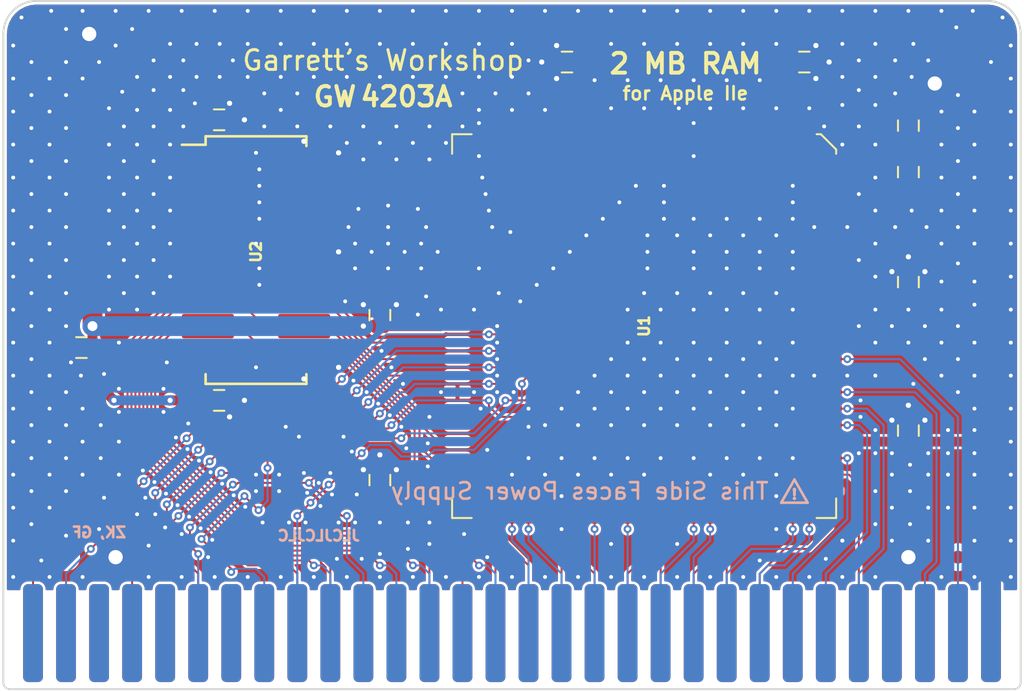
<source format=kicad_pcb>
(kicad_pcb (version 20171130) (host pcbnew "(5.1.2-1)-1")
  (layers (0 F.Cu signal) (31 B.Cu signal) (34 B.Paste user) (35 F.Paste user) (36 B.SilkS user) (37 F.SilkS user) (38 B.Mask user) (39 F.Mask user) (44 Edge.Cuts user))
  (net 0 "")
  (net 1 +5V)
  (net 2 GND)
  (net 3 "Net-(U1-Pad23)")
  (net 4 "Net-(U1-Pad14)")
  (net 5 "Net-(U1-Pad71)")
  (net 6 "Net-(U1-Pad62)")
  (net 7 /Vid7M)
  (net 8 /~SYNC~)
  (net 9 /~PRAS~)
  (net 10 /VC)
  (net 11 /~C07X~)
  (net 12 /~WNDW~)
  (net 13 /SEGA)
  (net 14 /ROMEN1)
  (net 15 /ROMEN2)
  (net 16 /MD7)
  (net 17 /MD6)
  (net 18 /MD5)
  (net 19 /MD4)
  (net 20 /PHI0)
  (net 21 /~CLRGAT~)
  (net 22 /~80VID~)
  (net 23 /~PCAS~)
  (net 24 /~LDPS~)
  (net 25 /R~W~80)
  (net 26 /PHI1)
  (net 27 /~CASEN~)
  (net 28 /MD3)
  (net 29 /MD2)
  (net 30 /MD1)
  (net 31 /MD0)
  (net 32 /H0)
  (net 33 /AN3)
  (net 34 /~EN80~)
  (net 35 /~ALTVID~)
  (net 36 /~SEROUT~)
  (net 37 /~ENVID~)
  (net 38 /R~W~)
  (net 39 /Q3)
  (net 40 /SEGB)
  (net 41 /~RA9~)
  (net 42 /~RA10~)
  (net 43 /GR)
  (net 44 /~ENTMG~)
  (net 45 /RD7)
  (net 46 /RD6)
  (net 47 /RD5)
  (net 48 /RD4)
  (net 49 /RD3)
  (net 50 /RD2)
  (net 51 /RD1)
  (net 52 /RD0)
  (net 53 /~CAS~)
  (net 54 /~RAS~)
  (net 55 /R~WE~)
  (net 56 /RA10)
  (net 57 /RA9)
  (net 58 /RA8)
  (net 59 /RA11)
  (net 60 "Net-(C9-Pad1)")
  (net 61 "Net-(R1-Pad1)")
  (net 62 "Net-(U1-Pad22)")
  (net 63 "Net-(U1-Pad20)")
  (net 64 "Net-(U1-Pad17)")
  (net 65 "Net-(U1-Pad15)")
  (net 66 /MA6)
  (net 67 /MA5)
  (net 68 /MA4)
  (net 69 /MA3)
  (net 70 /MA2)
  (net 71 /MA1)
  (net 72 /MA0)
  (net 73 /MA7)
  (net 74 /C7M)
  (net 75 /C14M)
  (net 76 /C3M58)
  (net 77 /VD0)
  (net 78 /VD1)
  (net 79 /VD2)
  (net 80 /VD3)
  (net 81 /VD4)
  (net 82 /VD5)
  (net 83 /VD6)
  (net 84 /VD7)
  (module stdpads:C_0805 (layer F.Cu) (at 204.382 113.411 180)
    (fp_text reference C10 hide)
    (fp_text value 10u hide)
    (pad 1 smd roundrect (at -0.85 0 180) (size 1.05 1.4) (layers F.Cu F.Paste F.Mask) (net 1 +5V))
    (pad 2 smd roundrect (at 0.85 0 180) (size 1.05 1.4) (layers F.Cu F.Paste F.Mask) (net 2 GND))
  )
  (module stdpads:C_0805 (layer F.Cu) (at 267.97 99.91 270)
    (fp_text reference C9 hide)
    (fp_text value 10p hide)
    (pad 2 smd roundrect (at 0.85 0 270) (size 1.05 1.4) (layers F.Cu F.Paste F.Mask) (net 2 GND))
    (pad 1 smd roundrect (at -0.85 0 270) (size 1.05 1.4) (layers F.Cu F.Paste F.Mask) (net 60 "Net-(C9-Pad1)"))
  )
  (module stdpads:R_0805 (layer F.Cu) (at 267.97 96.332 270)
    (fp_text reference R1 hide)
    (fp_text value 1k2 hide)
    (pad 1 smd roundrect (at -0.95 0 270) (size 0.85 1.4) (layers F.Cu F.Paste F.Mask) (net 61 "Net-(R1-Pad1)"))
    (pad 2 smd roundrect (at 0.95 0 270) (size 0.85 1.4) (layers F.Cu F.Paste F.Mask) (net 60 "Net-(C9-Pad1)"))
  )
  (module stdpads:PLCC-84 (layer F.Cu) (at 247.65 111.76 270)
    (fp_text reference U1 (at 0 0 90) (layer F.SilkS) (effects (font (size 0.8128 0.8128) (thickness 0.2032))))
    (fp_text value EPM7128SL84)
    (pad 84 smd roundrect (at 1.27 -14.35 270) (size 0.6 1.7) (layers F.Cu F.Paste F.Mask) (net 75 /C14M))
    (pad 83 smd roundrect (at 2.54 -14.35 270) (size 0.6 1.7) (layers F.Cu F.Paste F.Mask) (net 75 /C14M))
    (pad 82 smd roundrect (at 3.81 -14.35 270) (size 0.6 1.7) (layers F.Cu F.Paste F.Mask) (net 2 GND))
    (pad 81 smd roundrect (at 5.08 -14.35 270) (size 0.6 1.7) (layers F.Cu F.Paste F.Mask) (net 23 /~PCAS~))
    (pad 80 smd roundrect (at 6.35 -14.35 270) (size 0.6 1.7) (layers F.Cu F.Paste F.Mask) (net 25 /R~W~80))
    (pad 79 smd roundrect (at 7.62 -14.35 270) (size 0.6 1.7) (layers F.Cu F.Paste F.Mask) (net 26 /PHI1))
    (pad 78 smd roundrect (at 8.89 -14.35 270) (size 0.6 1.7) (layers F.Cu F.Paste F.Mask) (net 1 +5V))
    (pad 77 smd roundrect (at 10.16 -14.35 270) (size 0.6 1.7) (layers F.Cu F.Paste F.Mask) (net 27 /~CASEN~))
    (pad 76 smd roundrect (at 11.43 -14.35 270) (size 0.6 1.7) (layers F.Cu F.Paste F.Mask) (net 34 /~EN80~))
    (pad 75 smd roundrect (at 12.7 -14.35 270) (size 0.6 1.7) (layers F.Cu F.Paste F.Mask) (net 20 /PHI0))
    (pad 74 smd roundrect (at 14.35 -12.7 270) (size 1.7 0.6) (layers F.Cu F.Paste F.Mask) (net 80 /VD3))
    (pad 73 smd roundrect (at 14.35 -11.43 270) (size 1.7 0.6) (layers F.Cu F.Paste F.Mask) (net 28 /MD3))
    (pad 72 smd roundrect (at 14.35 -10.16 270) (size 1.7 0.6) (layers F.Cu F.Paste F.Mask) (net 2 GND))
    (pad 71 smd roundrect (at 14.35 -8.89 270) (size 1.7 0.6) (layers F.Cu F.Paste F.Mask) (net 5 "Net-(U1-Pad71)"))
    (pad 70 smd roundrect (at 14.35 -7.62 270) (size 1.7 0.6) (layers F.Cu F.Paste F.Mask) (net 81 /VD4))
    (pad 69 smd roundrect (at 14.35 -6.35 270) (size 1.7 0.6) (layers F.Cu F.Paste F.Mask) (net 19 /MD4))
    (pad 68 smd roundrect (at 14.35 -5.08 270) (size 1.7 0.6) (layers F.Cu F.Paste F.Mask) (net 29 /MD2))
    (pad 67 smd roundrect (at 14.35 -3.81 270) (size 1.7 0.6) (layers F.Cu F.Paste F.Mask) (net 79 /VD2))
    (pad 66 smd roundrect (at 14.35 -2.54 270) (size 1.7 0.6) (layers F.Cu F.Paste F.Mask) (net 1 +5V))
    (pad 65 smd roundrect (at 14.35 -1.27 270) (size 1.7 0.6) (layers F.Cu F.Paste F.Mask) (net 18 /MD5))
    (pad 64 smd roundrect (at 14.35 0 270) (size 1.7 0.6) (layers F.Cu F.Paste F.Mask) (net 82 /VD5))
    (pad 63 smd roundrect (at 14.35 1.27 270) (size 1.7 0.6) (layers F.Cu F.Paste F.Mask) (net 78 /VD1))
    (pad 62 smd roundrect (at 14.35 2.54 270) (size 1.7 0.6) (layers F.Cu F.Paste F.Mask) (net 6 "Net-(U1-Pad62)"))
    (pad 61 smd roundrect (at 14.35 3.81 270) (size 1.7 0.6) (layers F.Cu F.Paste F.Mask) (net 30 /MD1))
    (pad 60 smd roundrect (at 14.35 5.08 270) (size 1.7 0.6) (layers F.Cu F.Paste F.Mask) (net 83 /VD6))
    (pad 59 smd roundrect (at 14.35 6.35 270) (size 1.7 0.6) (layers F.Cu F.Paste F.Mask) (net 2 GND))
    (pad 58 smd roundrect (at 14.35 7.62 270) (size 1.7 0.6) (layers F.Cu F.Paste F.Mask) (net 17 /MD6))
    (pad 57 smd roundrect (at 14.35 8.89 270) (size 1.7 0.6) (layers F.Cu F.Paste F.Mask) (net 31 /MD0))
    (pad 56 smd roundrect (at 14.35 10.16 270) (size 1.7 0.6) (layers F.Cu F.Paste F.Mask) (net 77 /VD0))
    (pad 55 smd roundrect (at 14.35 11.43 270) (size 1.7 0.6) (layers F.Cu F.Paste F.Mask) (net 16 /MD7))
    (pad 54 smd roundrect (at 14.35 12.7 270) (size 1.7 0.6) (layers F.Cu F.Paste F.Mask) (net 84 /VD7))
    (pad 53 smd roundrect (at 12.7 14.35 270) (size 0.6 1.7) (layers F.Cu F.Paste F.Mask) (net 1 +5V))
    (pad 52 smd roundrect (at 11.43 14.35 270) (size 0.6 1.7) (layers F.Cu F.Paste F.Mask) (net 66 /MA6))
    (pad 51 smd roundrect (at 10.16 14.35 270) (size 0.6 1.7) (layers F.Cu F.Paste F.Mask) (net 67 /MA5))
    (pad 50 smd roundrect (at 8.89 14.35 270) (size 0.6 1.7) (layers F.Cu F.Paste F.Mask) (net 68 /MA4))
    (pad 49 smd roundrect (at 7.62 14.35 270) (size 0.6 1.7) (layers F.Cu F.Paste F.Mask) (net 69 /MA3))
    (pad 48 smd roundrect (at 6.35 14.35 270) (size 0.6 1.7) (layers F.Cu F.Paste F.Mask) (net 70 /MA2))
    (pad 47 smd roundrect (at 5.08 14.35 270) (size 0.6 1.7) (layers F.Cu F.Paste F.Mask) (net 2 GND))
    (pad 46 smd roundrect (at 3.81 14.35 270) (size 0.6 1.7) (layers F.Cu F.Paste F.Mask) (net 71 /MA1))
    (pad 45 smd roundrect (at 2.54 14.35 270) (size 0.6 1.7) (layers F.Cu F.Paste F.Mask) (net 72 /MA0))
    (pad 44 smd roundrect (at 1.27 14.35 270) (size 0.6 1.7) (layers F.Cu F.Paste F.Mask) (net 73 /MA7))
    (pad 43 smd roundrect (at 0 14.35 270) (size 0.6 1.7) (layers F.Cu F.Paste F.Mask) (net 1 +5V))
    (pad 42 smd roundrect (at -1.27 14.35 270) (size 0.6 1.7) (layers F.Cu F.Paste F.Mask) (net 2 GND))
    (pad 41 smd roundrect (at -2.54 14.35 270) (size 0.6 1.7) (layers F.Cu F.Paste F.Mask) (net 58 /RA8))
    (pad 40 smd roundrect (at -3.81 14.35 270) (size 0.6 1.7) (layers F.Cu F.Paste F.Mask) (net 57 /RA9))
    (pad 39 smd roundrect (at -5.08 14.35 270) (size 0.6 1.7) (layers F.Cu F.Paste F.Mask) (net 54 /~RAS~))
    (pad 38 smd roundrect (at -6.35 14.35 270) (size 0.6 1.7) (layers F.Cu F.Paste F.Mask) (net 1 +5V))
    (pad 37 smd roundrect (at -7.62 14.35 270) (size 0.6 1.7) (layers F.Cu F.Paste F.Mask) (net 55 /R~WE~))
    (pad 36 smd roundrect (at -8.89 14.35 270) (size 0.6 1.7) (layers F.Cu F.Paste F.Mask) (net 49 /RD3))
    (pad 35 smd roundrect (at -10.16 14.35 270) (size 0.6 1.7) (layers F.Cu F.Paste F.Mask) (net 50 /RD2))
    (pad 34 smd roundrect (at -11.43 14.35 270) (size 0.6 1.7) (layers F.Cu F.Paste F.Mask) (net 51 /RD1))
    (pad 33 smd roundrect (at -12.7 14.35 270) (size 0.6 1.7) (layers F.Cu F.Paste F.Mask) (net 52 /RD0))
    (pad 32 smd roundrect (at -14.35 12.7 270) (size 1.7 0.6) (layers F.Cu F.Paste F.Mask) (net 2 GND))
    (pad 31 smd roundrect (at -14.35 11.43 270) (size 1.7 0.6) (layers F.Cu F.Paste F.Mask) (net 45 /RD7))
    (pad 30 smd roundrect (at -14.35 10.16 270) (size 1.7 0.6) (layers F.Cu F.Paste F.Mask) (net 46 /RD6))
    (pad 29 smd roundrect (at -14.35 8.89 270) (size 1.7 0.6) (layers F.Cu F.Paste F.Mask) (net 47 /RD5))
    (pad 28 smd roundrect (at -14.35 7.62 270) (size 1.7 0.6) (layers F.Cu F.Paste F.Mask) (net 48 /RD4))
    (pad 27 smd roundrect (at -14.35 6.35 270) (size 1.7 0.6) (layers F.Cu F.Paste F.Mask) (net 53 /~CAS~))
    (pad 26 smd roundrect (at -14.35 5.08 270) (size 1.7 0.6) (layers F.Cu F.Paste F.Mask) (net 1 +5V))
    (pad 25 smd roundrect (at -14.35 3.81 270) (size 1.7 0.6) (layers F.Cu F.Paste F.Mask) (net 59 /RA11))
    (pad 24 smd roundrect (at -14.35 2.54 270) (size 1.7 0.6) (layers F.Cu F.Paste F.Mask) (net 56 /RA10))
    (pad 23 smd roundrect (at -14.35 1.27 270) (size 1.7 0.6) (layers F.Cu F.Paste F.Mask) (net 3 "Net-(U1-Pad23)"))
    (pad 22 smd roundrect (at -14.35 0 270) (size 1.7 0.6) (layers F.Cu F.Paste F.Mask) (net 62 "Net-(U1-Pad22)"))
    (pad 21 smd roundrect (at -14.35 -1.27 270) (size 1.7 0.6) (layers F.Cu F.Paste F.Mask) (net 63 "Net-(U1-Pad20)"))
    (pad 20 smd roundrect (at -14.35 -2.54 270) (size 1.7 0.6) (layers F.Cu F.Paste F.Mask) (net 63 "Net-(U1-Pad20)"))
    (pad 19 smd roundrect (at -14.35 -3.81 270) (size 1.7 0.6) (layers F.Cu F.Paste F.Mask) (net 2 GND))
    (pad 18 smd roundrect (at -14.35 -5.08 270) (size 1.7 0.6) (layers F.Cu F.Paste F.Mask) (net 64 "Net-(U1-Pad17)"))
    (pad 17 smd roundrect (at -14.35 -6.35 270) (size 1.7 0.6) (layers F.Cu F.Paste F.Mask) (net 64 "Net-(U1-Pad17)"))
    (pad 16 smd roundrect (at -14.35 -7.62 270) (size 1.7 0.6) (layers F.Cu F.Paste F.Mask) (net 65 "Net-(U1-Pad15)"))
    (pad 15 smd roundrect (at -14.35 -8.89 270) (size 1.7 0.6) (layers F.Cu F.Paste F.Mask) (net 65 "Net-(U1-Pad15)"))
    (pad 14 smd roundrect (at -14.35 -10.16 270) (size 1.7 0.6) (layers F.Cu F.Paste F.Mask) (net 4 "Net-(U1-Pad14)"))
    (pad 13 smd roundrect (at -14.35 -11.43 270) (size 1.7 0.6) (layers F.Cu F.Paste F.Mask) (net 1 +5V))
    (pad 12 smd roundrect (at -14.35 -12.7 270) (size 1.7 0.6) (layers F.Cu F.Paste F.Mask) (net 61 "Net-(R1-Pad1)"))
    (pad 11 smd roundrect (at -12.7 -14.35 270) (size 0.6 1.7) (layers F.Cu F.Paste F.Mask) (net 60 "Net-(C9-Pad1)"))
    (pad 10 smd roundrect (at -11.43 -14.35 270) (size 0.6 1.7) (layers F.Cu F.Paste F.Mask) (net 76 /C3M58))
    (pad 9 smd roundrect (at -10.16 -14.35 270) (size 0.6 1.7) (layers F.Cu F.Paste F.Mask) (net 74 /C7M))
    (pad 8 smd roundrect (at -8.89 -14.35 270) (size 0.6 1.7) (layers F.Cu F.Paste F.Mask) (net 9 /~PRAS~))
    (pad 7 smd roundrect (at -7.62 -14.35 270) (size 0.6 1.7) (layers F.Cu F.Paste F.Mask) (net 2 GND))
    (pad 6 smd roundrect (at -6.35 -14.35 270) (size 0.6 1.7) (layers F.Cu F.Paste F.Mask) (net 11 /~C07X~))
    (pad 5 smd roundrect (at -5.08 -14.35 270) (size 0.6 1.7) (layers F.Cu F.Paste F.Mask) (net 38 /R~W~))
    (pad 4 smd roundrect (at -3.81 -14.35 270) (size 0.6 1.7) (layers F.Cu F.Paste F.Mask) (net 33 /AN3))
    (pad 3 smd roundrect (at -2.54 -14.35 270) (size 0.6 1.7) (layers F.Cu F.Paste F.Mask) (net 1 +5V))
    (pad 2 smd roundrect (at -1.27 -14.35 270) (size 0.6 1.7) (layers F.Cu F.Paste F.Mask) (net 39 /Q3))
    (pad 1 smd roundrect (at 0 -14.35 270) (size 0.6 1.7) (layers F.Cu F.Paste F.Mask) (net 39 /Q3))
  )
  (module stdpads:Fiducial (layer F.Cu) (at 274.066 89.281)
    (fp_text reference FID3 hide)
    (fp_text value Fiducial hide)
    (pad ~ smd circle (at 0 0) (size 1 1) (layers F.Cu F.Mask) (clearance 0.575))
  )
  (module stdpads:PasteHole_1.1mm_PTH (layer F.Cu) (at 270.002 93.091)
    (fp_text reference H3 hide)
    (fp_text value " " hide)
    (pad 1 thru_hole circle (at 0 0) (size 2 2) (drill 1.1) (layers *.Cu *.Mask) (net 2 GND))
  )
  (module stdpads:AppleIIeAux_Edge (layer F.Cu) (at 237.49 135.382)
    (fp_text reference J1 hide)
    (fp_text value AppleIIeAux)
    (pad 60 smd roundrect (at -36.83 0 180) (size 1.524 7.54) (layers B.Cu B.Mask) (net 44 /~ENTMG~))
    (pad 59 smd roundrect (at -34.29 0 180) (size 1.524 7.54) (layers B.Cu B.Mask) (net 74 /C7M))
    (pad 58 smd roundrect (at -31.75 0 180) (size 1.524 7.54) (layers B.Cu B.Mask) (net 43 /GR))
    (pad 57 smd roundrect (at -29.21 0 180) (size 1.524 7.54) (layers B.Cu B.Mask) (net 42 /~RA10~))
    (pad 56 smd roundrect (at -26.67 0 180) (size 1.524 7.54) (layers B.Cu B.Mask) (net 41 /~RA9~))
    (pad 55 smd roundrect (at -24.13 0 180) (size 1.524 7.54) (layers B.Cu B.Mask) (net 33 /AN3))
    (pad 54 smd roundrect (at -21.59 0 180) (size 1.524 7.54) (layers B.Cu B.Mask) (net 40 /SEGB))
    (pad 53 smd roundrect (at -19.05 0 180) (size 1.524 7.54) (layers B.Cu B.Mask) (net 39 /Q3))
    (pad 52 smd roundrect (at -16.51 0 180) (size 1.524 7.54) (layers B.Cu B.Mask) (net 38 /R~W~))
    (pad 51 smd roundrect (at -13.97 0 180) (size 1.524 7.54) (layers B.Cu B.Mask) (net 72 /MA0))
    (pad 30 smd roundrect (at 36.83 0 180) (size 1.524 7.54) (layers F.Cu F.Mask) (net 1 +5V))
    (pad 29 smd roundrect (at 34.29 0 180) (size 1.524 7.54) (layers F.Cu F.Mask) (net 37 /~ENVID~))
    (pad 28 smd roundrect (at 31.75 0 180) (size 1.524 7.54) (layers F.Cu F.Mask) (net 36 /~SEROUT~))
    (pad 27 smd roundrect (at 29.21 0 180) (size 1.524 7.54) (layers F.Cu F.Mask) (net 35 /~ALTVID~))
    (pad 26 smd roundrect (at 26.67 0 180) (size 1.524 7.54) (layers F.Cu F.Mask) (net 34 /~EN80~))
    (pad 50 smd roundrect (at -11.43 0 180) (size 1.524 7.54) (layers B.Cu B.Mask) (net 33 /AN3))
    (pad 49 smd roundrect (at -8.89 0 180) (size 1.524 7.54) (layers B.Cu B.Mask) (net 70 /MA2))
    (pad 48 smd roundrect (at -6.35 0 180) (size 1.524 7.54) (layers B.Cu B.Mask) (net 69 /MA3))
    (pad 47 smd roundrect (at -3.81 0 180) (size 1.524 7.54) (layers B.Cu B.Mask) (net 32 /H0))
    (pad 46 smd roundrect (at -1.27 0 180) (size 1.524 7.54) (layers B.Cu B.Mask) (net 66 /MA6))
    (pad 45 smd roundrect (at 1.27 0 180) (size 1.524 7.54) (layers B.Cu B.Mask) (net 77 /VD0))
    (pad 44 smd roundrect (at 3.81 0 180) (size 1.524 7.54) (layers B.Cu B.Mask) (net 31 /MD0))
    (pad 43 smd roundrect (at 6.35 0 180) (size 1.524 7.54) (layers B.Cu B.Mask) (net 30 /MD1))
    (pad 42 smd roundrect (at 8.89 0 180) (size 1.524 7.54) (layers B.Cu B.Mask) (net 78 /VD1))
    (pad 41 smd roundrect (at 11.43 0 180) (size 1.524 7.54) (layers B.Cu B.Mask) (net 79 /VD2))
    (pad 40 smd roundrect (at 13.97 0 180) (size 1.524 7.54) (layers B.Cu B.Mask) (net 29 /MD2))
    (pad 39 smd roundrect (at 16.51 0 180) (size 1.524 7.54) (layers B.Cu B.Mask) (net 28 /MD3))
    (pad 38 smd roundrect (at 19.05 0 180) (size 1.524 7.54) (layers B.Cu B.Mask) (net 80 /VD3))
    (pad 37 smd roundrect (at 21.59 0 180) (size 1.524 7.54) (layers B.Cu B.Mask) (net 27 /~CASEN~))
    (pad 36 smd roundrect (at 24.13 0 180) (size 1.524 7.54) (layers B.Cu B.Mask) (net 26 /PHI1))
    (pad 35 smd roundrect (at 26.67 0 180) (size 1.524 7.54) (layers B.Cu B.Mask) (net 25 /R~W~80))
    (pad 34 smd roundrect (at 29.21 0 180) (size 1.524 7.54) (layers B.Cu B.Mask) (net 24 /~LDPS~))
    (pad 33 smd roundrect (at 31.75 0 180) (size 1.524 7.54) (layers B.Cu B.Mask) (net 23 /~PCAS~))
    (pad 32 smd roundrect (at 34.29 0 180) (size 1.524 7.54) (layers B.Cu B.Mask) (net 75 /C14M))
    (pad 31 smd roundrect (at 36.83 0 180) (size 1.524 7.54) (layers B.Cu B.Mask) (net 2 GND))
    (pad 25 smd roundrect (at 24.13 0 180) (size 1.524 7.54) (layers F.Cu F.Mask) (net 22 /~80VID~))
    (pad 24 smd roundrect (at 21.59 0 180) (size 1.524 7.54) (layers F.Cu F.Mask) (net 21 /~CLRGAT~))
    (pad 23 smd roundrect (at 19.05 0 180) (size 1.524 7.54) (layers F.Cu F.Mask) (net 20 /PHI0))
    (pad 22 smd roundrect (at 16.51 0 180) (size 1.524 7.54) (layers F.Cu F.Mask) (net 81 /VD4))
    (pad 21 smd roundrect (at 13.97 0 180) (size 1.524 7.54) (layers F.Cu F.Mask) (net 19 /MD4))
    (pad 20 smd roundrect (at 11.43 0 180) (size 1.524 7.54) (layers F.Cu F.Mask) (net 18 /MD5))
    (pad 19 smd roundrect (at 8.89 0 180) (size 1.524 7.54) (layers F.Cu F.Mask) (net 82 /VD5))
    (pad 18 smd roundrect (at 6.35 0 180) (size 1.524 7.54) (layers F.Cu F.Mask) (net 83 /VD6))
    (pad 17 smd roundrect (at 3.81 0 180) (size 1.524 7.54) (layers F.Cu F.Mask) (net 17 /MD6))
    (pad 16 smd roundrect (at 1.27 0 180) (size 1.524 7.54) (layers F.Cu F.Mask) (net 16 /MD7))
    (pad 15 smd roundrect (at -1.27 0 180) (size 1.524 7.54) (layers F.Cu F.Mask) (net 84 /VD7))
    (pad 14 smd roundrect (at -3.81 0 180) (size 1.524 7.54) (layers F.Cu F.Mask) (net 67 /MA5))
    (pad 13 smd roundrect (at -6.35 0 180) (size 1.524 7.54) (layers F.Cu F.Mask) (net 68 /MA4))
    (pad 12 smd roundrect (at -8.89 0 180) (size 1.524 7.54) (layers F.Cu F.Mask) (net 15 /ROMEN2))
    (pad 11 smd roundrect (at -11.43 0 180) (size 1.524 7.54) (layers F.Cu F.Mask) (net 14 /ROMEN1))
    (pad 10 smd roundrect (at -13.97 0 180) (size 1.524 7.54) (layers F.Cu F.Mask) (net 71 /MA1))
    (pad 9 smd roundrect (at -16.51 0 180) (size 1.524 7.54) (layers F.Cu F.Mask) (net 73 /MA7))
    (pad 8 smd roundrect (at -19.05 0 180) (size 1.524 7.54) (layers F.Cu F.Mask) (net 13 /SEGA))
    (pad 7 smd roundrect (at -21.59 0 180) (size 1.524 7.54) (layers F.Cu F.Mask) (net 12 /~WNDW~))
    (pad 6 smd roundrect (at -24.13 0 180) (size 1.524 7.54) (layers F.Cu F.Mask) (net 11 /~C07X~))
    (pad 5 smd roundrect (at -26.67 0 180) (size 1.524 7.54) (layers F.Cu F.Mask) (net 10 /VC))
    (pad 4 smd roundrect (at -29.21 0 180) (size 1.524 7.54) (layers F.Cu F.Mask) (net 9 /~PRAS~))
    (pad 3 smd roundrect (at -31.75 0 180) (size 1.524 7.54) (layers F.Cu F.Mask) (net 8 /~SYNC~))
    (pad 2 smd roundrect (at -34.29 0 180) (size 1.524 7.54) (layers F.Cu F.Mask) (net 7 /Vid7M))
    (pad 1 smd roundrect (at -36.83 0 180) (size 1.524 7.54) (layers F.Cu F.Mask) (net 76 /C3M58))
  )
  (module stdpads:C_0805 (layer F.Cu) (at 214.972 117.475)
    (fp_text reference C1 hide)
    (fp_text value 10u hide)
    (pad 1 smd roundrect (at -0.85 0) (size 1.05 1.4) (layers F.Cu F.Paste F.Mask) (net 1 +5V))
    (pad 2 smd roundrect (at 0.85 0) (size 1.05 1.4) (layers F.Cu F.Paste F.Mask) (net 2 GND))
  )
  (module stdpads:C_0805 (layer F.Cu) (at 214.972 95.885)
    (fp_text reference C2 hide)
    (fp_text value 10u hide)
    (pad 2 smd roundrect (at 0.85 0) (size 1.05 1.4) (layers F.Cu F.Paste F.Mask) (net 2 GND))
    (pad 1 smd roundrect (at -0.85 0) (size 1.05 1.4) (layers F.Cu F.Paste F.Mask) (net 1 +5V))
  )
  (module stdpads:C_0805 (layer F.Cu) (at 241.72 91.44 180)
    (fp_text reference C5 hide)
    (fp_text value 10u hide)
    (pad 1 smd roundrect (at -0.85 0 180) (size 1.05 1.4) (layers F.Cu F.Paste F.Mask) (net 1 +5V))
    (pad 2 smd roundrect (at 0.85 0 180) (size 1.05 1.4) (layers F.Cu F.Paste F.Mask) (net 2 GND))
  )
  (module stdpads:C_0805 (layer F.Cu) (at 267.97 108.37 90)
    (fp_text reference C3 hide)
    (fp_text value 10u hide)
    (pad 1 smd roundrect (at -0.85 0 90) (size 1.05 1.4) (layers F.Cu F.Paste F.Mask) (net 1 +5V))
    (pad 2 smd roundrect (at 0.85 0 90) (size 1.05 1.4) (layers F.Cu F.Paste F.Mask) (net 2 GND))
  )
  (module stdpads:C_0805 (layer F.Cu) (at 267.97 119.8 90)
    (fp_text reference C8 hide)
    (fp_text value 10u hide)
    (pad 2 smd roundrect (at 0.85 0 90) (size 1.05 1.4) (layers F.Cu F.Paste F.Mask) (net 2 GND))
    (pad 1 smd roundrect (at -0.85 0 90) (size 1.05 1.4) (layers F.Cu F.Paste F.Mask) (net 1 +5V))
  )
  (module stdpads:C_0805 (layer F.Cu) (at 227.33 110.91 90)
    (fp_text reference C6 hide)
    (fp_text value 10u hide)
    (pad 1 smd roundrect (at -0.85 0 90) (size 1.05 1.4) (layers F.Cu F.Paste F.Mask) (net 1 +5V))
    (pad 2 smd roundrect (at 0.85 0 90) (size 1.05 1.4) (layers F.Cu F.Paste F.Mask) (net 2 GND))
  )
  (module stdpads:C_0805 (layer F.Cu) (at 259.969 91.44)
    (fp_text reference C4 hide)
    (fp_text value 10u hide)
    (pad 1 smd roundrect (at -0.85 0) (size 1.05 1.4) (layers F.Cu F.Paste F.Mask) (net 1 +5V))
    (pad 2 smd roundrect (at 0.85 0) (size 1.05 1.4) (layers F.Cu F.Paste F.Mask) (net 2 GND))
  )
  (module stdpads:C_0805 (layer F.Cu) (at 227.33 123.61 90)
    (fp_text reference C7 hide)
    (fp_text value 10u hide)
    (pad 2 smd roundrect (at 0.85 0 90) (size 1.05 1.4) (layers F.Cu F.Paste F.Mask) (net 2 GND))
    (pad 1 smd roundrect (at -0.85 0 90) (size 1.05 1.4) (layers F.Cu F.Paste F.Mask) (net 1 +5V))
  )
  (module stdpads:Fiducial (layer F.Cu) (at 203.2 129.54)
    (fp_text reference FID1 hide)
    (fp_text value Fiducial hide)
    (pad ~ smd circle (at 0 0) (size 1 1) (layers F.Cu F.Mask) (clearance 0.575))
  )
  (module stdpads:Fiducial (layer F.Cu) (at 201.168 89.281)
    (fp_text reference FID2 hide)
    (fp_text value Fiducial hide)
    (pad ~ smd circle (at 0 0) (size 1 1) (layers F.Cu F.Mask) (clearance 0.575))
  )
  (module stdpads:Fiducial (layer F.Cu) (at 271.78 129.54)
    (fp_text reference FID4 hide)
    (fp_text value Fiducial hide)
    (pad ~ smd circle (at 0 0) (size 1 1) (layers F.Cu F.Mask) (clearance 0.575))
  )
  (module stdpads:PasteHole_1.1mm_PTH (layer F.Cu) (at 207.01 129.54)
    (fp_text reference H1 hide)
    (fp_text value " " hide)
    (pad 1 thru_hole circle (at 0 0) (size 2 2) (drill 1.1) (layers *.Cu *.Mask) (net 2 GND))
  )
  (module stdpads:PasteHole_1.1mm_PTH (layer F.Cu) (at 204.978 89.281)
    (fp_text reference H2 hide)
    (fp_text value " " hide)
    (pad 1 thru_hole circle (at 0 0) (size 2 2) (drill 1.1) (layers *.Cu *.Mask) (net 2 GND))
  )
  (module stdpads:PasteHole_1.1mm_PTH (layer F.Cu) (at 267.97 129.54)
    (fp_text reference H4 hide)
    (fp_text value " " hide)
    (pad 1 thru_hole circle (at 0 0) (size 2 2) (drill 1.1) (layers *.Cu *.Mask) (net 2 GND))
  )
  (module stdpads:SOJ-28-300mil (layer F.Cu) (at 217.805 106.68)
    (fp_text reference U2 hide)
    (fp_text value DRAM_2Mx8)
    (fp_text user %R (at 0 -0.635 90) (layer F.SilkS) (effects (font (size 0.8128 0.8128) (thickness 0.2032))))
    (pad 28 smd roundrect (at 3.7 -8.255) (size 4 0.6) (layers F.Cu F.Paste F.Mask) (net 2 GND))
    (pad 27 smd roundrect (at 3.7 -6.985) (size 4 0.6) (layers F.Cu F.Paste F.Mask) (net 45 /RD7))
    (pad 14 smd roundrect (at -3.7 8.255) (size 4 0.6) (layers F.Cu F.Paste F.Mask) (net 1 +5V))
    (pad 8 smd roundrect (at -3.7 0.635) (size 4 0.6) (layers F.Cu F.Paste F.Mask) (net 59 /RA11))
    (pad 19 smd roundrect (at 3.7 3.175) (size 4 0.6) (layers F.Cu F.Paste F.Mask) (net 73 /MA7))
    (pad 6 smd roundrect (at -3.7 -1.905) (size 4 0.6) (layers F.Cu F.Paste F.Mask) (net 55 /R~WE~))
    (pad 21 smd roundrect (at 3.7 0.635) (size 4 0.6) (layers F.Cu F.Paste F.Mask) (net 57 /RA9))
    (pad 1 smd roundrect (at -3.7 -8.255) (size 4 0.6) (layers F.Cu F.Paste F.Mask) (net 1 +5V))
    (pad 2 smd roundrect (at -3.7 -6.985) (size 4 0.6) (layers F.Cu F.Paste F.Mask) (net 52 /RD0))
    (pad 3 smd roundrect (at -3.7 -5.715) (size 4 0.6) (layers F.Cu F.Paste F.Mask) (net 51 /RD1))
    (pad 4 smd roundrect (at -3.7 -4.445) (size 4 0.6) (layers F.Cu F.Paste F.Mask) (net 50 /RD2))
    (pad 5 smd roundrect (at -3.7 -3.175) (size 4 0.6) (layers F.Cu F.Paste F.Mask) (net 49 /RD3))
    (pad 9 smd roundrect (at -3.7 1.905) (size 4 0.6) (layers F.Cu F.Paste F.Mask) (net 56 /RA10))
    (pad 10 smd roundrect (at -3.7 3.175) (size 4 0.6) (layers F.Cu F.Paste F.Mask) (net 72 /MA0))
    (pad 11 smd roundrect (at -3.7 4.445) (size 4 0.6) (layers F.Cu F.Paste F.Mask) (net 70 /MA2))
    (pad 12 smd roundrect (at -3.7 5.715) (size 4 0.6) (layers F.Cu F.Paste F.Mask) (net 68 /MA4))
    (pad 13 smd roundrect (at -3.7 6.985) (size 4 0.6) (layers F.Cu F.Paste F.Mask) (net 66 /MA6))
    (pad 15 smd roundrect (at 3.7 8.255) (size 4 0.6) (layers F.Cu F.Paste F.Mask) (net 2 GND))
    (pad 16 smd roundrect (at 3.7 6.985) (size 4 0.6) (layers F.Cu F.Paste F.Mask) (net 67 /MA5))
    (pad 17 smd roundrect (at 3.7 5.715) (size 4 0.6) (layers F.Cu F.Paste F.Mask) (net 69 /MA3))
    (pad 18 smd roundrect (at 3.7 4.445) (size 4 0.6) (layers F.Cu F.Paste F.Mask) (net 71 /MA1))
    (pad 22 smd roundrect (at 3.7 -0.635) (size 4 0.6) (layers F.Cu F.Paste F.Mask) (net 2 GND))
    (pad 23 smd roundrect (at 3.7 -1.905) (size 4 0.6) (layers F.Cu F.Paste F.Mask) (net 53 /~CAS~))
    (pad 24 smd roundrect (at 3.7 -3.175) (size 4 0.6) (layers F.Cu F.Paste F.Mask) (net 48 /RD4))
    (pad 25 smd roundrect (at 3.7 -4.445) (size 4 0.6) (layers F.Cu F.Paste F.Mask) (net 47 /RD5))
    (pad 26 smd roundrect (at 3.7 -5.715) (size 4 0.6) (layers F.Cu F.Paste F.Mask) (net 46 /RD6))
    (pad 7 smd roundrect (at -3.7 -0.635) (size 4 0.6) (layers F.Cu F.Paste F.Mask) (net 54 /~RAS~))
    (pad 20 smd roundrect (at 3.7 1.905) (size 4 0.6) (layers F.Cu F.Paste F.Mask) (net 58 /RA8))
  )
  (gr_text JLCJLCJLC (at 222.631 127.889) (layer B.SilkS) (effects (font (size 0.8128 0.8128) (thickness 0.2032)) (justify mirror)))
  (gr_text "ZK, GF" (at 205.74 127.635) (layer B.SilkS) (effects (font (size 0.8128 0.8128) (thickness 0.2032)) (justify mirror)))
  (gr_line (start 259.207 123.571) (end 260.223 125.349) (layer B.SilkS) (width 0.2))
  (gr_line (start 258.191 125.349) (end 259.207 123.571) (layer B.SilkS) (width 0.2))
  (gr_line (start 260.223 125.349) (end 258.191 125.349) (layer B.SilkS) (width 0.2))
  (gr_text "This Side Faces Power Supply" (at 242.697 124.46) (layer B.SilkS) (effects (font (size 1.27 1.27) (thickness 0.2)) (justify mirror)))
  (gr_text ! (at 259.207 124.714) (layer B.SilkS) (effects (font (size 0.762 0.762) (thickness 0.1905)) (justify mirror)))
  (gr_text "2 MB RAM" (at 250.825 91.567) (layer F.SilkS) (effects (font (size 1.524 1.524) (thickness 0.3))))
  (gr_text "for Apple IIe" (at 250.825 93.853) (layer F.SilkS) (effects (font (size 1.016 1.016) (thickness 0.2032))))
  (gr_text "Garrett’s Workshop" (at 227.584 91.313) (layer F.SilkS) (effects (font (size 1.524 1.524) (thickness 0.225))))
  (gr_text 4203A (at 225.679 94.107) (layer F.SilkS) (effects (font (size 1.5 1.5) (thickness 0.3)) (justify left)))
  (gr_text GW (at 225.679 94.107) (layer F.SilkS) (effects (font (size 1.5 1.5) (thickness 0.3)) (justify right)))
  (gr_arc (start 274.066 89.281) (end 276.606 89.281) (angle -90) (layer Edge.Cuts) (width 0.15))
  (gr_arc (start 200.914 89.281) (end 200.914 86.741) (angle -90) (layer Edge.Cuts) (width 0.15))
  (gr_line (start 276.606 89.281) (end 276.606 139.192) (layer Edge.Cuts) (width 0.15))
  (gr_line (start 200.914 86.741) (end 274.066 86.741) (layer Edge.Cuts) (width 0.15))
  (gr_line (start 198.374 89.281) (end 198.374 139.192) (layer Edge.Cuts) (width 0.15))
  (gr_arc (start 276.098 139.192) (end 276.098 139.7) (angle -90) (layer Edge.Cuts) (width 0.15))
  (gr_arc (start 198.882 139.192) (end 198.374 139.192) (angle -90) (layer Edge.Cuts) (width 0.15))
  (gr_line (start 276.098 139.7) (end 198.882 139.7) (layer Edge.Cuts) (width 0.15))
  (segment (start 214.105 98.425) (end 214.105 95.902) (width 0.508) (layer F.Cu) (net 1))
  (segment (start 214.105 114.935) (end 214.105 117.458) (width 0.508) (layer F.Cu) (net 1))
  (via (at 226.06 111.76) (size 0.8) (drill 0.4) (layers F.Cu B.Cu) (net 1))
  (segment (start 227.33 111.76) (end 226.06 111.76) (width 0.762) (layer F.Cu) (net 1))
  (segment (start 233.3 111.76) (end 232.029 111.76) (width 0.508) (layer F.Cu) (net 1))
  (segment (start 227.33 111.76) (end 232.029 111.76) (width 0.762) (layer F.Cu) (net 1))
  (segment (start 262 120.65) (end 263.271 120.65) (width 0.508) (layer F.Cu) (net 1))
  (segment (start 263.271 120.65) (end 267.97 120.65) (width 0.762) (layer F.Cu) (net 1))
  (segment (start 262 109.22) (end 263.271 109.22) (width 0.508) (layer F.Cu) (net 1))
  (segment (start 263.271 109.22) (end 267.97 109.22) (width 0.762) (layer F.Cu) (net 1))
  (segment (start 259.08 97.41) (end 259.08 96.139) (width 0.508) (layer F.Cu) (net 1))
  (segment (start 259.08 91.44) (end 259.08 96.139) (width 0.762) (layer F.Cu) (net 1))
  (segment (start 242.57 97.41) (end 242.57 96.139) (width 0.508) (layer F.Cu) (net 1))
  (segment (start 233.3 124.46) (end 232.029 124.46) (width 0.508) (layer F.Cu) (net 1))
  (segment (start 232.029 124.46) (end 227.33 124.46) (width 0.762) (layer F.Cu) (net 1))
  (segment (start 267.97 109.22) (end 274.32 109.22) (width 0.762) (layer F.Cu) (net 1))
  (segment (start 274.32 120.65) (end 274.32 109.22) (width 1.524) (layer F.Cu) (net 1))
  (segment (start 267.97 120.65) (end 274.32 120.65) (width 0.762) (layer F.Cu) (net 1))
  (segment (start 274.32 135.382) (end 274.32 120.904) (width 1.524) (layer F.Cu) (net 1))
  (via (at 205.232 111.76) (size 1.524) (drill 0.762) (layers F.Cu B.Cu) (net 1))
  (segment (start 226.06 111.76) (end 205.232 111.76) (width 1.524) (layer B.Cu) (net 1))
  (segment (start 262 120.65) (end 260.731 120.65) (width 0.508) (layer F.Cu) (net 1))
  (segment (start 250.19 126.11) (end 250.19 124.841) (width 0.508) (layer F.Cu) (net 1))
  (segment (start 233.3 124.46) (end 234.569 124.46) (width 0.508) (layer F.Cu) (net 1))
  (segment (start 238.379 120.65) (end 234.696 124.333) (width 0.762) (layer F.Cu) (net 1))
  (segment (start 234.696 124.333) (end 234.569 124.46) (width 0.508) (layer F.Cu) (net 1))
  (segment (start 233.3 105.41) (end 234.569 105.41) (width 0.508) (layer F.Cu) (net 1))
  (segment (start 242.57 98.679) (end 242.57 97.41) (width 0.508) (layer F.Cu) (net 1))
  (segment (start 249.555 120.65) (end 250.19 120.65) (width 0.762) (layer F.Cu) (net 1))
  (segment (start 250.19 120.65) (end 250.19 121.285) (width 0.762) (layer F.Cu) (net 1))
  (segment (start 250.19 121.285) (end 249.555 120.65) (width 0.762) (layer F.Cu) (net 1))
  (segment (start 238.379 120.65) (end 249.555 120.65) (width 0.762) (layer F.Cu) (net 1))
  (segment (start 250.19 121.285) (end 250.19 124.841) (width 0.762) (layer F.Cu) (net 1))
  (segment (start 250.19 121.285) (end 250.825 120.65) (width 0.762) (layer F.Cu) (net 1))
  (segment (start 250.825 120.65) (end 250.19 120.65) (width 0.762) (layer F.Cu) (net 1))
  (segment (start 260.731 120.65) (end 250.825 120.65) (width 0.762) (layer F.Cu) (net 1))
  (segment (start 205.232 94.234) (end 205.232 111.76) (width 1.524) (layer F.Cu) (net 1))
  (segment (start 210.693 88.773) (end 205.232 94.234) (width 1.524) (layer F.Cu) (net 1))
  (segment (start 274.32 94.234) (end 268.859 88.773) (width 1.524) (layer F.Cu) (net 1))
  (segment (start 274.32 109.22) (end 274.32 94.234) (width 1.524) (layer F.Cu) (net 1))
  (segment (start 214.122 95.885) (end 214.122 88.773) (width 0.762) (layer F.Cu) (net 1))
  (segment (start 214.122 88.773) (end 210.693 88.773) (width 1.524) (layer F.Cu) (net 1))
  (segment (start 242.57 88.773) (end 214.122 88.773) (width 1.524) (layer F.Cu) (net 1))
  (segment (start 259.08 91.44) (end 259.08 88.773) (width 0.762) (layer F.Cu) (net 1))
  (segment (start 259.08 88.773) (end 242.57 88.773) (width 1.524) (layer F.Cu) (net 1))
  (segment (start 268.859 88.773) (end 259.08 88.773) (width 1.524) (layer F.Cu) (net 1))
  (segment (start 242.57 100.584) (end 242.57 98.679) (width 0.762) (layer F.Cu) (net 1))
  (segment (start 237.744 105.41) (end 242.57 100.584) (width 0.762) (layer F.Cu) (net 1))
  (segment (start 234.569 105.41) (end 237.744 105.41) (width 0.762) (layer F.Cu) (net 1))
  (via (at 211.201 117.475) (size 0.8) (drill 0.4) (layers F.Cu B.Cu) (net 1))
  (via (at 206.883 117.475) (size 0.8) (drill 0.4) (layers F.Cu B.Cu) (net 1))
  (segment (start 205.232 115.824) (end 206.883 117.475) (width 0.762) (layer F.Cu) (net 1))
  (segment (start 205.232 111.76) (end 205.232 115.824) (width 0.762) (layer F.Cu) (net 1))
  (segment (start 242.57 88.773) (end 242.57 91.44) (width 0.762) (layer F.Cu) (net 1))
  (segment (start 242.57 91.44) (end 242.57 96.139) (width 0.762) (layer F.Cu) (net 1))
  (segment (start 211.201 117.475) (end 214.122 117.475) (width 0.762) (layer F.Cu) (net 1))
  (segment (start 211.201 117.475) (end 206.883 117.475) (width 0.762) (layer B.Cu) (net 1))
  (via (at 224.155 106.045) (size 0.8) (drill 0.4) (layers F.Cu B.Cu) (net 2))
  (segment (start 221.505 106.045) (end 224.155 106.045) (width 0.1524) (layer F.Cu) (net 2))
  (via (at 224.155 98.425) (size 0.8) (drill 0.4) (layers F.Cu B.Cu) (net 2))
  (segment (start 221.505 98.425) (end 224.155 98.425) (width 0.508) (layer F.Cu) (net 2))
  (via (at 221.488 97.536) (size 0.8) (drill 0.4) (layers F.Cu B.Cu) (net 2))
  (segment (start 221.505 97.553) (end 221.488 97.536) (width 0.508) (layer F.Cu) (net 2))
  (segment (start 221.505 98.425) (end 221.505 97.553) (width 0.508) (layer F.Cu) (net 2))
  (via (at 221.488 115.824) (size 0.8) (drill 0.4) (layers F.Cu B.Cu) (net 2))
  (segment (start 221.505 115.807) (end 221.488 115.824) (width 0.508) (layer F.Cu) (net 2))
  (segment (start 221.505 114.935) (end 221.505 115.807) (width 0.508) (layer F.Cu) (net 2))
  (via (at 224.155 114.935) (size 0.8) (drill 0.4) (layers F.Cu B.Cu) (net 2))
  (segment (start 221.505 114.935) (end 224.155 114.935) (width 0.508) (layer F.Cu) (net 2))
  (via (at 216.916 117.475) (size 0.8) (drill 0.4) (layers F.Cu B.Cu) (net 2))
  (segment (start 215.822 117.475) (end 216.916 117.475) (width 0.762) (layer F.Cu) (net 2))
  (via (at 215.773 118.745) (size 0.8) (drill 0.4) (layers F.Cu B.Cu) (net 2))
  (segment (start 215.822 118.696) (end 215.773 118.745) (width 0.762) (layer F.Cu) (net 2))
  (segment (start 215.822 117.475) (end 215.822 118.696) (width 0.762) (layer F.Cu) (net 2))
  (via (at 215.773 94.615) (size 0.8) (drill 0.4) (layers F.Cu B.Cu) (net 2))
  (segment (start 215.822 94.664) (end 215.773 94.615) (width 0.762) (layer F.Cu) (net 2))
  (segment (start 215.822 95.885) (end 215.822 94.664) (width 0.762) (layer F.Cu) (net 2))
  (via (at 216.916 95.885) (size 0.8) (drill 0.4) (layers F.Cu B.Cu) (net 2))
  (segment (start 215.822 95.885) (end 216.916 95.885) (width 0.762) (layer F.Cu) (net 2))
  (via (at 228.6 110.109) (size 0.8) (drill 0.4) (layers F.Cu B.Cu) (net 2))
  (segment (start 228.551 110.06) (end 228.6 110.109) (width 0.762) (layer F.Cu) (net 2))
  (segment (start 227.33 110.06) (end 228.551 110.06) (width 0.762) (layer F.Cu) (net 2))
  (segment (start 226.109 110.06) (end 226.06 110.109) (width 0.762) (layer F.Cu) (net 2))
  (via (at 226.06 110.109) (size 0.8) (drill 0.4) (layers F.Cu B.Cu) (net 2))
  (segment (start 227.33 110.06) (end 226.109 110.06) (width 0.762) (layer F.Cu) (net 2))
  (via (at 232.029 116.84) (size 0.6) (drill 0.3) (layers F.Cu B.Cu) (net 2))
  (segment (start 233.3 116.84) (end 232.029 116.84) (width 0.508) (layer F.Cu) (net 2))
  (via (at 234.569 116.84) (size 0.6) (drill 0.3) (layers F.Cu B.Cu) (net 2))
  (segment (start 233.3 116.84) (end 234.569 116.84) (width 0.508) (layer F.Cu) (net 2))
  (via (at 232.029 110.49) (size 0.6) (drill 0.3) (layers F.Cu B.Cu) (net 2))
  (segment (start 233.3 110.49) (end 232.029 110.49) (width 0.508) (layer F.Cu) (net 2))
  (via (at 234.569 110.49) (size 0.6) (drill 0.3) (layers F.Cu B.Cu) (net 2))
  (segment (start 233.3 110.49) (end 234.569 110.49) (width 0.508) (layer F.Cu) (net 2))
  (via (at 251.46 96.139) (size 0.6) (drill 0.3) (layers F.Cu B.Cu) (net 2))
  (segment (start 251.46 97.41) (end 251.46 96.139) (width 0.508) (layer F.Cu) (net 2))
  (via (at 251.46 98.679) (size 0.6) (drill 0.3) (layers F.Cu B.Cu) (net 2))
  (segment (start 251.46 97.41) (end 251.46 98.679) (width 0.508) (layer F.Cu) (net 2))
  (via (at 234.95 98.679) (size 0.6) (drill 0.3) (layers F.Cu B.Cu) (net 2))
  (segment (start 234.95 97.41) (end 234.95 98.679) (width 0.508) (layer F.Cu) (net 2))
  (via (at 234.95 96.139) (size 0.6) (drill 0.3) (layers F.Cu B.Cu) (net 2))
  (segment (start 234.95 97.41) (end 234.95 96.139) (width 0.508) (layer F.Cu) (net 2))
  (via (at 260.731 115.57) (size 0.6) (drill 0.3) (layers F.Cu B.Cu) (net 2))
  (segment (start 262 115.57) (end 260.731 115.57) (width 0.508) (layer F.Cu) (net 2))
  (via (at 263.271 115.57) (size 0.6) (drill 0.3) (layers F.Cu B.Cu) (net 2))
  (via (at 260.731 104.14) (size 0.6) (drill 0.3) (layers F.Cu B.Cu) (net 2))
  (segment (start 262 104.14) (end 260.731 104.14) (width 0.508) (layer F.Cu) (net 2))
  (via (at 263.271 104.14) (size 0.6) (drill 0.3) (layers F.Cu B.Cu) (net 2))
  (segment (start 262 104.14) (end 263.271 104.14) (width 0.508) (layer F.Cu) (net 2))
  (via (at 257.81 124.841) (size 0.6) (drill 0.3) (layers F.Cu B.Cu) (net 2))
  (segment (start 257.81 126.11) (end 257.81 124.841) (width 0.508) (layer F.Cu) (net 2))
  (via (at 257.81 127.381) (size 0.6) (drill 0.3) (layers F.Cu B.Cu) (net 2))
  (segment (start 257.81 126.11) (end 257.81 127.381) (width 0.508) (layer F.Cu) (net 2))
  (via (at 241.3 127.381) (size 0.6) (drill 0.3) (layers F.Cu B.Cu) (net 2))
  (segment (start 241.3 126.11) (end 241.3 127.381) (width 0.508) (layer F.Cu) (net 2))
  (via (at 241.3 124.841) (size 0.6) (drill 0.3) (layers F.Cu B.Cu) (net 2))
  (segment (start 241.3 126.11) (end 241.3 124.841) (width 0.508) (layer F.Cu) (net 2))
  (via (at 266.7 107.569) (size 0.8) (drill 0.4) (layers F.Cu B.Cu) (net 2))
  (segment (start 266.749 107.52) (end 266.7 107.569) (width 0.762) (layer F.Cu) (net 2))
  (segment (start 267.97 107.52) (end 266.749 107.52) (width 0.762) (layer F.Cu) (net 2))
  (segment (start 269.191 107.52) (end 269.24 107.569) (width 0.762) (layer F.Cu) (net 2))
  (via (at 269.24 107.569) (size 0.8) (drill 0.4) (layers F.Cu B.Cu) (net 2))
  (segment (start 267.97 107.52) (end 269.191 107.52) (width 0.762) (layer F.Cu) (net 2))
  (via (at 267.97 106.426) (size 0.8) (drill 0.4) (layers F.Cu B.Cu) (net 2))
  (segment (start 267.97 107.52) (end 267.97 106.426) (width 0.762) (layer F.Cu) (net 2))
  (via (at 226.06 122.809) (size 0.8) (drill 0.4) (layers F.Cu B.Cu) (net 2))
  (segment (start 226.109 122.76) (end 226.06 122.809) (width 0.762) (layer F.Cu) (net 2))
  (segment (start 227.33 122.76) (end 226.109 122.76) (width 0.762) (layer F.Cu) (net 2))
  (segment (start 228.551 122.76) (end 228.6 122.809) (width 0.762) (layer F.Cu) (net 2))
  (via (at 228.6 122.809) (size 0.8) (drill 0.4) (layers F.Cu B.Cu) (net 2))
  (segment (start 227.33 122.76) (end 228.551 122.76) (width 0.762) (layer F.Cu) (net 2))
  (via (at 227.33 121.666) (size 0.8) (drill 0.4) (layers F.Cu B.Cu) (net 2))
  (segment (start 227.33 122.76) (end 227.33 121.666) (width 0.762) (layer F.Cu) (net 2))
  (segment (start 262 115.57) (end 263.271 115.57) (width 0.508) (layer F.Cu) (net 2))
  (via (at 219.71 131.064) (size 0.6) (drill 0.3) (layers F.Cu B.Cu) (net 2))
  (via (at 222.25 131.064) (size 0.6) (drill 0.3) (layers F.Cu B.Cu) (net 2))
  (via (at 224.79 131.064) (size 0.6) (drill 0.3) (layers F.Cu B.Cu) (net 2))
  (via (at 227.33 131.064) (size 0.6) (drill 0.3) (layers F.Cu B.Cu) (net 2))
  (via (at 229.87 131.064) (size 0.6) (drill 0.3) (layers F.Cu B.Cu) (net 2))
  (via (at 232.41 131.064) (size 0.6) (drill 0.3) (layers F.Cu B.Cu) (net 2))
  (via (at 224.028 129.667) (size 0.6) (drill 0.3) (layers F.Cu B.Cu) (net 2))
  (via (at 227.33 129.286) (size 0.6) (drill 0.3) (layers F.Cu B.Cu) (net 2))
  (via (at 231.14 128.524) (size 0.6) (drill 0.3) (layers F.Cu B.Cu) (net 2))
  (via (at 229.489 128.905) (size 0.6) (drill 0.3) (layers F.Cu B.Cu) (net 2))
  (via (at 234.95 131.064) (size 0.6) (drill 0.3) (layers F.Cu B.Cu) (net 2))
  (via (at 234.95 107.315) (size 0.6) (drill 0.3) (layers F.Cu B.Cu) (net 2))
  (via (at 217.17 131.064) (size 0.6) (drill 0.3) (layers F.Cu B.Cu) (net 2))
  (via (at 214.63 131.064) (size 0.6) (drill 0.3) (layers F.Cu B.Cu) (net 2))
  (via (at 212.09 131.064) (size 0.6) (drill 0.3) (layers F.Cu B.Cu) (net 2))
  (via (at 209.55 131.064) (size 0.6) (drill 0.3) (layers F.Cu B.Cu) (net 2))
  (via (at 204.47 131.064) (size 0.6) (drill 0.3) (layers F.Cu B.Cu) (net 2))
  (via (at 201.93 131.064) (size 0.6) (drill 0.3) (layers F.Cu B.Cu) (net 2))
  (via (at 199.136 131.064) (size 0.6) (drill 0.3) (layers F.Cu B.Cu) (net 2))
  (via (at 275.844 131.064) (size 0.6) (drill 0.3) (layers F.Cu B.Cu) (net 2))
  (via (at 273.05 131.064) (size 0.6) (drill 0.3) (layers F.Cu B.Cu) (net 2))
  (via (at 270.51 131.064) (size 0.6) (drill 0.3) (layers F.Cu B.Cu) (net 2))
  (via (at 265.43 131.064) (size 0.6) (drill 0.3) (layers F.Cu B.Cu) (net 2))
  (via (at 262.89 131.064) (size 0.6) (drill 0.3) (layers F.Cu B.Cu) (net 2))
  (via (at 260.35 131.064) (size 0.6) (drill 0.3) (layers F.Cu B.Cu) (net 2))
  (via (at 257.81 131.064) (size 0.6) (drill 0.3) (layers F.Cu B.Cu) (net 2))
  (via (at 255.27 131.064) (size 0.6) (drill 0.3) (layers F.Cu B.Cu) (net 2))
  (via (at 252.73 131.064) (size 0.6) (drill 0.3) (layers F.Cu B.Cu) (net 2))
  (via (at 250.19 131.064) (size 0.6) (drill 0.3) (layers F.Cu B.Cu) (net 2))
  (via (at 247.65 131.064) (size 0.6) (drill 0.3) (layers F.Cu B.Cu) (net 2))
  (via (at 245.11 131.064) (size 0.6) (drill 0.3) (layers F.Cu B.Cu) (net 2))
  (via (at 242.57 131.064) (size 0.6) (drill 0.3) (layers F.Cu B.Cu) (net 2))
  (via (at 240.03 131.064) (size 0.6) (drill 0.3) (layers F.Cu B.Cu) (net 2))
  (via (at 237.49 131.064) (size 0.6) (drill 0.3) (layers F.Cu B.Cu) (net 2))
  (via (at 199.136 125.73) (size 0.6) (drill 0.3) (layers F.Cu B.Cu) (net 2))
  (via (at 199.136 110.49) (size 0.6) (drill 0.3) (layers F.Cu B.Cu) (net 2))
  (via (at 199.136 115.57) (size 0.6) (drill 0.3) (layers F.Cu B.Cu) (net 2))
  (via (at 199.136 105.41) (size 0.6) (drill 0.3) (layers F.Cu B.Cu) (net 2))
  (via (at 199.136 100.33) (size 0.6) (drill 0.3) (layers F.Cu B.Cu) (net 2))
  (via (at 199.136 95.25) (size 0.6) (drill 0.3) (layers F.Cu B.Cu) (net 2))
  (via (at 275.844 128.27) (size 0.6) (drill 0.3) (layers F.Cu B.Cu) (net 2))
  (via (at 275.844 125.73) (size 0.6) (drill 0.3) (layers F.Cu B.Cu) (net 2))
  (via (at 275.844 123.19) (size 0.6) (drill 0.3) (layers F.Cu B.Cu) (net 2))
  (via (at 275.844 120.65) (size 0.6) (drill 0.3) (layers F.Cu B.Cu) (net 2))
  (via (at 275.844 118.11) (size 0.6) (drill 0.3) (layers F.Cu B.Cu) (net 2))
  (via (at 275.844 115.57) (size 0.6) (drill 0.3) (layers F.Cu B.Cu) (net 2))
  (via (at 275.844 113.03) (size 0.6) (drill 0.3) (layers F.Cu B.Cu) (net 2))
  (via (at 275.844 110.49) (size 0.6) (drill 0.3) (layers F.Cu B.Cu) (net 2))
  (via (at 275.844 107.95) (size 0.6) (drill 0.3) (layers F.Cu B.Cu) (net 2))
  (via (at 275.844 105.41) (size 0.6) (drill 0.3) (layers F.Cu B.Cu) (net 2))
  (via (at 275.844 102.87) (size 0.6) (drill 0.3) (layers F.Cu B.Cu) (net 2))
  (via (at 275.844 100.33) (size 0.6) (drill 0.3) (layers F.Cu B.Cu) (net 2))
  (via (at 199.136 90.17) (size 0.6) (drill 0.3) (layers F.Cu B.Cu) (net 2))
  (via (at 275.844 90.17) (size 0.6) (drill 0.3) (layers F.Cu B.Cu) (net 2))
  (via (at 275.844 97.79) (size 0.6) (drill 0.3) (layers F.Cu B.Cu) (net 2))
  (via (at 275.844 92.71) (size 0.6) (drill 0.3) (layers F.Cu B.Cu) (net 2))
  (via (at 275.844 95.25) (size 0.6) (drill 0.3) (layers F.Cu B.Cu) (net 2))
  (via (at 207.264 116.586) (size 0.6) (drill 0.3) (layers F.Cu B.Cu) (net 2))
  (via (at 207.264 118.364) (size 0.6) (drill 0.3) (layers F.Cu B.Cu) (net 2))
  (via (at 210.693 118.364) (size 0.6) (drill 0.3) (layers F.Cu B.Cu) (net 2))
  (via (at 210.693 116.586) (size 0.6) (drill 0.3) (layers F.Cu B.Cu) (net 2))
  (via (at 208.661 110.49) (size 0.6) (drill 0.3) (layers F.Cu B.Cu) (net 2))
  (via (at 207.264 113.03) (size 0.6) (drill 0.3) (layers F.Cu B.Cu) (net 2))
  (via (at 210.947 114.554) (size 0.6) (drill 0.3) (layers F.Cu B.Cu) (net 2))
  (via (at 227.457 113.665) (size 0.6) (drill 0.3) (layers F.Cu B.Cu) (net 2))
  (via (at 228.219 114.935) (size 0.6) (drill 0.3) (layers F.Cu B.Cu) (net 2))
  (via (at 229.108 116.205) (size 0.6) (drill 0.3) (layers F.Cu B.Cu) (net 2))
  (via (at 227.203 117.729) (size 0.6) (drill 0.3) (layers F.Cu B.Cu) (net 2))
  (via (at 231.013 120.777) (size 0.6) (drill 0.3) (layers F.Cu B.Cu) (net 2))
  (via (at 231.013 122.555) (size 0.6) (drill 0.3) (layers F.Cu B.Cu) (net 2))
  (via (at 231.775 106.045) (size 0.6) (drill 0.3) (layers F.Cu B.Cu) (net 2))
  (via (at 273.05 119.761) (size 0.6) (drill 0.3) (layers F.Cu B.Cu) (net 2))
  (via (at 271.018 119.761) (size 0.6) (drill 0.3) (layers F.Cu B.Cu) (net 2))
  (via (at 271.018 121.539) (size 0.6) (drill 0.3) (layers F.Cu B.Cu) (net 2))
  (via (at 273.05 121.539) (size 0.6) (drill 0.3) (layers F.Cu B.Cu) (net 2))
  (via (at 266.7 121.539) (size 0.6) (drill 0.3) (layers F.Cu B.Cu) (net 2))
  (via (at 265.43 121.539) (size 0.6) (drill 0.3) (layers F.Cu B.Cu) (net 2))
  (via (at 265.43 119.761) (size 0.6) (drill 0.3) (layers F.Cu B.Cu) (net 2))
  (via (at 264.16 121.539) (size 0.6) (drill 0.3) (layers F.Cu B.Cu) (net 2))
  (via (at 264.287 118.745) (size 0.6) (drill 0.3) (layers F.Cu B.Cu) (net 2))
  (via (at 264.287 117.475) (size 0.6) (drill 0.3) (layers F.Cu B.Cu) (net 2))
  (via (at 273.05 108.331) (size 0.6) (drill 0.3) (layers F.Cu B.Cu) (net 2))
  (via (at 273.05 105.41) (size 0.6) (drill 0.3) (layers F.Cu B.Cu) (net 2))
  (via (at 273.05 102.87) (size 0.6) (drill 0.3) (layers F.Cu B.Cu) (net 2))
  (via (at 273.05 100.33) (size 0.6) (drill 0.3) (layers F.Cu B.Cu) (net 2))
  (via (at 273.05 97.79) (size 0.6) (drill 0.3) (layers F.Cu B.Cu) (net 2))
  (via (at 273.05 95.25) (size 0.6) (drill 0.3) (layers F.Cu B.Cu) (net 2))
  (via (at 273.05 110.109) (size 0.6) (drill 0.3) (layers F.Cu B.Cu) (net 2))
  (via (at 273.05 118.11) (size 0.6) (drill 0.3) (layers F.Cu B.Cu) (net 2))
  (via (at 273.05 115.57) (size 0.6) (drill 0.3) (layers F.Cu B.Cu) (net 2))
  (via (at 273.05 113.03) (size 0.6) (drill 0.3) (layers F.Cu B.Cu) (net 2))
  (via (at 273.05 125.73) (size 0.6) (drill 0.3) (layers F.Cu B.Cu) (net 2))
  (via (at 273.05 123.19) (size 0.6) (drill 0.3) (layers F.Cu B.Cu) (net 2))
  (via (at 273.05 128.27) (size 0.6) (drill 0.3) (layers F.Cu B.Cu) (net 2))
  (via (at 206.502 110.49) (size 0.6) (drill 0.3) (layers F.Cu B.Cu) (net 2))
  (via (at 267.97 117.856) (size 0.8) (drill 0.4) (layers F.Cu B.Cu) (net 2))
  (segment (start 267.97 118.95) (end 267.97 117.856) (width 0.762) (layer F.Cu) (net 2))
  (via (at 266.7 118.999) (size 0.8) (drill 0.4) (layers F.Cu B.Cu) (net 2))
  (segment (start 266.749 118.95) (end 266.7 118.999) (width 0.762) (layer F.Cu) (net 2))
  (segment (start 267.97 118.95) (end 266.749 118.95) (width 0.762) (layer F.Cu) (net 2))
  (via (at 269.24 118.999) (size 0.8) (drill 0.4) (layers F.Cu B.Cu) (net 2))
  (segment (start 269.191 118.95) (end 269.24 118.999) (width 0.762) (layer F.Cu) (net 2))
  (segment (start 267.97 118.95) (end 269.191 118.95) (width 0.762) (layer F.Cu) (net 2))
  (via (at 213.5505 127.3175) (size 0.6) (drill 0.3) (layers F.Cu B.Cu) (net 2))
  (via (at 212.6615 126.4285) (size 0.6) (drill 0.3) (layers F.Cu B.Cu) (net 2))
  (via (at 211.7725 125.5395) (size 0.6) (drill 0.3) (layers F.Cu B.Cu) (net 2))
  (via (at 210.8835 124.6505) (size 0.6) (drill 0.3) (layers F.Cu B.Cu) (net 2))
  (via (at 209.9945 123.7615) (size 0.6) (drill 0.3) (layers F.Cu B.Cu) (net 2))
  (via (at 209.1055 122.8725) (size 0.6) (drill 0.3) (layers F.Cu B.Cu) (net 2))
  (via (at 216.0905 124.7775) (size 0.6) (drill 0.3) (layers F.Cu B.Cu) (net 2))
  (via (at 214.3125 122.9995) (size 0.6) (drill 0.3) (layers F.Cu B.Cu) (net 2))
  (via (at 211.6455 120.3325) (size 0.6) (drill 0.3) (layers F.Cu B.Cu) (net 2))
  (via (at 213.4235 122.1105) (size 0.6) (drill 0.3) (layers F.Cu B.Cu) (net 2))
  (via (at 212.5345 121.2215) (size 0.6) (drill 0.3) (layers F.Cu B.Cu) (net 2))
  (via (at 215.2015 123.8885) (size 0.6) (drill 0.3) (layers F.Cu B.Cu) (net 2))
  (via (at 225.425 126.873) (size 0.6) (drill 0.3) (layers F.Cu B.Cu) (net 2))
  (via (at 224.155 126.873) (size 0.6) (drill 0.3) (layers F.Cu B.Cu) (net 2))
  (via (at 225.933 129.667) (size 0.6) (drill 0.3) (layers F.Cu B.Cu) (net 2))
  (via (at 221.615 126.873) (size 0.6) (drill 0.3) (layers F.Cu B.Cu) (net 2))
  (via (at 220.345 126.873) (size 0.6) (drill 0.3) (layers F.Cu B.Cu) (net 2))
  (via (at 235.204 100.33) (size 0.6) (drill 0.3) (layers F.Cu B.Cu) (net 2))
  (via (at 235.458 101.6) (size 0.6) (drill 0.3) (layers F.Cu B.Cu) (net 2))
  (via (at 235.712 102.87) (size 0.6) (drill 0.3) (layers F.Cu B.Cu) (net 2))
  (via (at 235.966 104.14) (size 0.6) (drill 0.3) (layers F.Cu B.Cu) (net 2))
  (via (at 237.363 104.521) (size 0.6) (drill 0.3) (layers F.Cu B.Cu) (net 2))
  (via (at 236.474 109.22) (size 0.6) (drill 0.3) (layers F.Cu B.Cu) (net 2))
  (via (at 236.347 115.57) (size 0.6) (drill 0.3) (layers F.Cu B.Cu) (net 2))
  (via (at 236.347 114.3) (size 0.6) (drill 0.3) (layers F.Cu B.Cu) (net 2))
  (via (at 236.347 113.03) (size 0.6) (drill 0.3) (layers F.Cu B.Cu) (net 2))
  (via (at 236.347 116.84) (size 0.6) (drill 0.3) (layers F.Cu B.Cu) (net 2))
  (via (at 226.314 116.84) (size 0.6) (drill 0.3) (layers F.Cu B.Cu) (net 2))
  (via (at 225.298 115.951) (size 0.6) (drill 0.3) (layers F.Cu B.Cu) (net 2))
  (via (at 235.077 118.11) (size 0.6) (drill 0.3) (layers F.Cu B.Cu) (net 2))
  (via (at 231.14 118.745) (size 0.6) (drill 0.3) (layers F.Cu B.Cu) (net 2))
  (via (at 237.617 116.84) (size 0.6) (drill 0.3) (layers F.Cu B.Cu) (net 2))
  (via (at 206.121 115.443) (size 0.6) (drill 0.3) (layers F.Cu B.Cu) (net 2))
  (via (at 206.502 94.996) (size 0.6) (drill 0.3) (layers F.Cu B.Cu) (net 2))
  (via (at 211.201 90.043) (size 0.6) (drill 0.3) (layers F.Cu B.Cu) (net 2))
  (via (at 213.233 90.043) (size 0.6) (drill 0.3) (layers F.Cu B.Cu) (net 2))
  (via (at 215.011 90.043) (size 0.6) (drill 0.3) (layers F.Cu B.Cu) (net 2))
  (via (at 268.351 90.043) (size 0.6) (drill 0.3) (layers F.Cu B.Cu) (net 2))
  (via (at 269.494 121.539) (size 0.6) (drill 0.3) (layers F.Cu B.Cu) (net 2))
  (via (at 218.313 126.873) (size 0.6) (drill 0.3) (layers F.Cu B.Cu) (net 2))
  (via (at 272.923 87.503) (size 0.6) (drill 0.3) (layers F.Cu B.Cu) (net 2))
  (via (at 199.771 88.011) (size 0.6) (drill 0.3) (layers F.Cu B.Cu) (net 2))
  (via (at 270.51 87.503) (size 0.6) (drill 0.3) (layers F.Cu B.Cu) (net 2))
  (via (at 267.97 87.503) (size 0.6) (drill 0.3) (layers F.Cu B.Cu) (net 2))
  (via (at 265.43 87.503) (size 0.6) (drill 0.3) (layers F.Cu B.Cu) (net 2))
  (via (at 262.89 87.503) (size 0.6) (drill 0.3) (layers F.Cu B.Cu) (net 2))
  (via (at 260.35 87.503) (size 0.6) (drill 0.3) (layers F.Cu B.Cu) (net 2))
  (via (at 257.81 87.503) (size 0.6) (drill 0.3) (layers F.Cu B.Cu) (net 2))
  (via (at 250.19 87.503) (size 0.6) (drill 0.3) (layers F.Cu B.Cu) (net 2))
  (via (at 252.73 87.503) (size 0.6) (drill 0.3) (layers F.Cu B.Cu) (net 2))
  (via (at 255.27 87.503) (size 0.6) (drill 0.3) (layers F.Cu B.Cu) (net 2))
  (via (at 242.57 87.503) (size 0.6) (drill 0.3) (layers F.Cu B.Cu) (net 2))
  (via (at 245.11 87.503) (size 0.6) (drill 0.3) (layers F.Cu B.Cu) (net 2))
  (via (at 247.65 87.503) (size 0.6) (drill 0.3) (layers F.Cu B.Cu) (net 2))
  (via (at 237.49 87.503) (size 0.6) (drill 0.3) (layers F.Cu B.Cu) (net 2))
  (via (at 240.03 87.503) (size 0.6) (drill 0.3) (layers F.Cu B.Cu) (net 2))
  (via (at 234.95 87.503) (size 0.6) (drill 0.3) (layers F.Cu B.Cu) (net 2))
  (via (at 227.33 87.503) (size 0.6) (drill 0.3) (layers F.Cu B.Cu) (net 2))
  (via (at 229.87 87.503) (size 0.6) (drill 0.3) (layers F.Cu B.Cu) (net 2))
  (via (at 232.41 87.503) (size 0.6) (drill 0.3) (layers F.Cu B.Cu) (net 2))
  (via (at 219.71 87.503) (size 0.6) (drill 0.3) (layers F.Cu B.Cu) (net 2))
  (via (at 224.79 87.503) (size 0.6) (drill 0.3) (layers F.Cu B.Cu) (net 2))
  (via (at 222.25 87.503) (size 0.6) (drill 0.3) (layers F.Cu B.Cu) (net 2))
  (via (at 212.09 87.503) (size 0.6) (drill 0.3) (layers F.Cu B.Cu) (net 2))
  (via (at 217.17 87.503) (size 0.6) (drill 0.3) (layers F.Cu B.Cu) (net 2))
  (via (at 214.63 87.503) (size 0.6) (drill 0.3) (layers F.Cu B.Cu) (net 2))
  (via (at 204.47 87.503) (size 0.6) (drill 0.3) (layers F.Cu B.Cu) (net 2))
  (via (at 209.55 87.503) (size 0.6) (drill 0.3) (layers F.Cu B.Cu) (net 2))
  (via (at 207.01 87.503) (size 0.6) (drill 0.3) (layers F.Cu B.Cu) (net 2))
  (via (at 202.057 87.503) (size 0.6) (drill 0.3) (layers F.Cu B.Cu) (net 2))
  (via (at 201.93 107.95) (size 0.6) (drill 0.3) (layers F.Cu B.Cu) (net 2))
  (via (at 201.93 102.87) (size 0.6) (drill 0.3) (layers F.Cu B.Cu) (net 2))
  (via (at 201.93 97.79) (size 0.6) (drill 0.3) (layers F.Cu B.Cu) (net 2))
  (via (at 201.93 92.71) (size 0.6) (drill 0.3) (layers F.Cu B.Cu) (net 2))
  (via (at 201.93 118.11) (size 0.6) (drill 0.3) (layers F.Cu B.Cu) (net 2))
  (via (at 201.93 123.19) (size 0.6) (drill 0.3) (layers F.Cu B.Cu) (net 2))
  (via (at 205.74 91.44) (size 0.6) (drill 0.3) (layers F.Cu B.Cu) (net 2))
  (via (at 207.01 90.17) (size 0.6) (drill 0.3) (layers F.Cu B.Cu) (net 2))
  (via (at 203.2 88.9) (size 0.6) (drill 0.3) (layers F.Cu B.Cu) (net 2))
  (via (at 275.209 88.011) (size 0.6) (drill 0.3) (layers F.Cu B.Cu) (net 2))
  (via (at 271.653 88.773) (size 0.6) (drill 0.3) (layers F.Cu B.Cu) (net 2))
  (via (at 274.32 91.44) (size 0.6) (drill 0.3) (layers F.Cu B.Cu) (net 2))
  (via (at 204.47 92.71) (size 0.6) (drill 0.3) (layers F.Cu B.Cu) (net 2))
  (via (at 208.28 88.9) (size 0.6) (drill 0.3) (layers F.Cu B.Cu) (net 2))
  (via (at 204.47 120.65) (size 0.6) (drill 0.3) (layers F.Cu B.Cu) (net 2))
  (via (at 207.264 123.19) (size 0.6) (drill 0.3) (layers F.Cu B.Cu) (net 2))
  (via (at 204.343 115.57) (size 0.6) (drill 0.3) (layers F.Cu B.Cu) (net 2))
  (via (at 265.43 90.043) (size 0.6) (drill 0.3) (layers F.Cu B.Cu) (net 2))
  (via (at 262.89 90.043) (size 0.6) (drill 0.3) (layers F.Cu B.Cu) (net 2))
  (via (at 238.76 91.313) (size 0.6) (drill 0.3) (layers F.Cu B.Cu) (net 2))
  (via (at 238.76 93.853) (size 0.6) (drill 0.3) (layers F.Cu B.Cu) (net 2))
  (via (at 226.06 96.393) (size 0.6) (drill 0.3) (layers F.Cu B.Cu) (net 2))
  (via (at 234.95 95.123) (size 0.6) (drill 0.3) (layers F.Cu B.Cu) (net 2))
  (via (at 218.44 96.393) (size 0.6) (drill 0.3) (layers F.Cu B.Cu) (net 2))
  (via (at 228.6 96.393) (size 0.6) (drill 0.3) (layers F.Cu B.Cu) (net 2))
  (via (at 233.68 96.393) (size 0.6) (drill 0.3) (layers F.Cu B.Cu) (net 2))
  (via (at 220.98 96.393) (size 0.6) (drill 0.3) (layers F.Cu B.Cu) (net 2))
  (via (at 231.14 96.393) (size 0.6) (drill 0.3) (layers F.Cu B.Cu) (net 2))
  (via (at 219.71 95.123) (size 0.6) (drill 0.3) (layers F.Cu B.Cu) (net 2))
  (via (at 223.52 96.393) (size 0.6) (drill 0.3) (layers F.Cu B.Cu) (net 2))
  (via (at 237.49 95.123) (size 0.6) (drill 0.3) (layers F.Cu B.Cu) (net 2))
  (via (at 216.027 91.313) (size 0.6) (drill 0.3) (layers F.Cu B.Cu) (net 2))
  (via (at 215.011 92.583) (size 0.6) (drill 0.3) (layers F.Cu B.Cu) (net 2))
  (via (at 227.33 97.663) (size 0.6) (drill 0.3) (layers F.Cu B.Cu) (net 2))
  (via (at 229.87 97.663) (size 0.6) (drill 0.3) (layers F.Cu B.Cu) (net 2))
  (via (at 240.03 95.123) (size 0.6) (drill 0.3) (layers F.Cu B.Cu) (net 2))
  (via (at 264.16 91.313) (size 0.6) (drill 0.3) (layers F.Cu B.Cu) (net 2))
  (via (at 266.954 91.313) (size 0.6) (drill 0.3) (layers F.Cu B.Cu) (net 2))
  (via (at 262.89 92.583) (size 0.6) (drill 0.3) (layers F.Cu B.Cu) (net 2))
  (via (at 265.43 92.583) (size 0.6) (drill 0.3) (layers F.Cu B.Cu) (net 2))
  (via (at 266.954 93.853) (size 0.6) (drill 0.3) (layers F.Cu B.Cu) (net 2))
  (via (at 264.16 96.393) (size 0.6) (drill 0.3) (layers F.Cu B.Cu) (net 2))
  (via (at 261.493 96.393) (size 0.6) (drill 0.3) (layers F.Cu B.Cu) (net 2))
  (via (at 271.78 96.52) (size 0.6) (drill 0.3) (layers F.Cu B.Cu) (net 2))
  (via (at 271.78 101.6) (size 0.6) (drill 0.3) (layers F.Cu B.Cu) (net 2))
  (via (at 271.78 106.934) (size 0.6) (drill 0.3) (layers F.Cu B.Cu) (net 2))
  (via (at 271.78 99.06) (size 0.6) (drill 0.3) (layers F.Cu B.Cu) (net 2))
  (via (at 271.78 104.14) (size 0.6) (drill 0.3) (layers F.Cu B.Cu) (net 2))
  (via (at 269.367 104.14) (size 0.6) (drill 0.3) (layers F.Cu B.Cu) (net 2))
  (via (at 270.51 95.25) (size 0.6) (drill 0.3) (layers F.Cu B.Cu) (net 2))
  (via (at 270.51 100.33) (size 0.6) (drill 0.3) (layers F.Cu B.Cu) (net 2))
  (via (at 270.51 105.41) (size 0.6) (drill 0.3) (layers F.Cu B.Cu) (net 2))
  (via (at 270.51 97.79) (size 0.6) (drill 0.3) (layers F.Cu B.Cu) (net 2))
  (via (at 270.51 102.87) (size 0.6) (drill 0.3) (layers F.Cu B.Cu) (net 2))
  (via (at 270.51 108.331) (size 0.6) (drill 0.3) (layers F.Cu B.Cu) (net 2))
  (via (at 266.954 104.14) (size 0.6) (drill 0.3) (layers F.Cu B.Cu) (net 2))
  (via (at 268.224 92.583) (size 0.6) (drill 0.3) (layers F.Cu B.Cu) (net 2))
  (via (at 271.78 93.98) (size 0.6) (drill 0.3) (layers F.Cu B.Cu) (net 2))
  (via (at 269.494 91.313) (size 0.6) (drill 0.3) (layers F.Cu B.Cu) (net 2))
  (via (at 213.233 92.583) (size 0.6) (drill 0.3) (layers F.Cu B.Cu) (net 2))
  (via (at 212.217 91.313) (size 0.6) (drill 0.3) (layers F.Cu B.Cu) (net 2))
  (via (at 211.201 92.583) (size 0.6) (drill 0.3) (layers F.Cu B.Cu) (net 2))
  (via (at 212.217 93.599) (size 0.6) (drill 0.3) (layers F.Cu B.Cu) (net 2))
  (via (at 228.092 118.618) (size 0.6) (drill 0.3) (layers F.Cu B.Cu) (net 2))
  (via (at 228.981 119.507) (size 0.6) (drill 0.3) (layers F.Cu B.Cu) (net 2))
  (via (at 214.4395 128.2065) (size 0.6) (drill 0.3) (layers F.Cu B.Cu) (net 2))
  (via (at 216.9795 125.6665) (size 0.6) (drill 0.3) (layers F.Cu B.Cu) (net 2))
  (via (at 217.805 124.46) (size 0.6) (drill 0.3) (layers F.Cu B.Cu) (net 2))
  (via (at 219.583 124.46) (size 0.6) (drill 0.3) (layers F.Cu B.Cu) (net 2))
  (via (at 217.805 123.19) (size 0.6) (drill 0.3) (layers F.Cu B.Cu) (net 2))
  (via (at 219.583 123.19) (size 0.6) (drill 0.3) (layers F.Cu B.Cu) (net 2))
  (via (at 220.091 119.507) (size 0.6) (drill 0.3) (layers F.Cu B.Cu) (net 2))
  (via (at 224.536 120.269) (size 0.6) (drill 0.3) (layers F.Cu B.Cu) (net 2))
  (via (at 221.742 124.587) (size 0.6) (drill 0.3) (layers F.Cu B.Cu) (net 2))
  (via (at 222.758 125.603) (size 0.6) (drill 0.3) (layers F.Cu B.Cu) (net 2))
  (via (at 225.171 121.412) (size 0.6) (drill 0.3) (layers F.Cu B.Cu) (net 2))
  (via (at 223.52 123.063) (size 0.6) (drill 0.3) (layers F.Cu B.Cu) (net 2))
  (via (at 223.647 124.714) (size 0.6) (drill 0.3) (layers F.Cu B.Cu) (net 2))
  (via (at 222.631 123.825) (size 0.6) (drill 0.3) (layers F.Cu B.Cu) (net 2))
  (via (at 232.41 97.663) (size 0.6) (drill 0.3) (layers F.Cu B.Cu) (net 2))
  (via (at 238.76 118.11) (size 0.6) (drill 0.3) (layers F.Cu B.Cu) (net 2))
  (via (at 236.347 111.76) (size 0.6) (drill 0.3) (layers F.Cu B.Cu) (net 2))
  (via (at 244.475 103.505) (size 0.6) (drill 0.3) (layers F.Cu B.Cu) (net 2))
  (via (at 243.205 104.775) (size 0.6) (drill 0.3) (layers F.Cu B.Cu) (net 2))
  (via (at 238.125 109.855) (size 0.6) (drill 0.3) (layers F.Cu B.Cu) (net 2))
  (via (at 239.395 108.585) (size 0.6) (drill 0.3) (layers F.Cu B.Cu) (net 2))
  (via (at 241.935 106.045) (size 0.6) (drill 0.3) (layers F.Cu B.Cu) (net 2))
  (via (at 240.665 107.315) (size 0.6) (drill 0.3) (layers F.Cu B.Cu) (net 2))
  (via (at 265.43 97.79) (size 0.6) (drill 0.3) (layers F.Cu B.Cu) (net 2))
  (via (at 265.43 102.87) (size 0.6) (drill 0.3) (layers F.Cu B.Cu) (net 2))
  (via (at 265.43 100.33) (size 0.6) (drill 0.3) (layers F.Cu B.Cu) (net 2))
  (via (at 264.16 101.6) (size 0.6) (drill 0.3) (layers F.Cu B.Cu) (net 2))
  (via (at 262.89 97.79) (size 0.6) (drill 0.3) (layers F.Cu B.Cu) (net 2))
  (via (at 265.43 105.41) (size 0.6) (drill 0.3) (layers F.Cu B.Cu) (net 2))
  (via (at 264.16 106.68) (size 0.6) (drill 0.3) (layers F.Cu B.Cu) (net 2))
  (via (at 265.43 107.95) (size 0.6) (drill 0.3) (layers F.Cu B.Cu) (net 2))
  (via (at 221.488 123.063) (size 0.6) (drill 0.3) (layers F.Cu B.Cu) (net 2))
  (via (at 221.107 120.269) (size 0.6) (drill 0.3) (layers F.Cu B.Cu) (net 2))
  (via (at 238.76 121.92) (size 0.6) (drill 0.3) (layers F.Cu B.Cu) (net 2))
  (via (at 208.661 92.583) (size 0.6) (drill 0.3) (layers F.Cu B.Cu) (net 2))
  (via (at 209.931 91.313) (size 0.6) (drill 0.3) (layers F.Cu B.Cu) (net 2))
  (via (at 209.931 93.599) (size 0.6) (drill 0.3) (layers F.Cu B.Cu) (net 2))
  (via (at 208.661 95.123) (size 0.6) (drill 0.3) (layers F.Cu B.Cu) (net 2))
  (via (at 211.201 95.123) (size 0.6) (drill 0.3) (layers F.Cu B.Cu) (net 2))
  (via (at 207.518 93.726) (size 0.6) (drill 0.3) (layers F.Cu B.Cu) (net 2))
  (via (at 212.217 96.393) (size 0.6) (drill 0.3) (layers F.Cu B.Cu) (net 2))
  (via (at 209.931 96.393) (size 0.6) (drill 0.3) (layers F.Cu B.Cu) (net 2))
  (via (at 207.645 96.393) (size 0.6) (drill 0.3) (layers F.Cu B.Cu) (net 2))
  (via (at 206.502 97.79) (size 0.6) (drill 0.3) (layers F.Cu B.Cu) (net 2))
  (via (at 208.661 97.79) (size 0.6) (drill 0.3) (layers F.Cu B.Cu) (net 2))
  (via (at 209.931 99.06) (size 0.6) (drill 0.3) (layers F.Cu B.Cu) (net 2))
  (via (at 207.645 99.06) (size 0.6) (drill 0.3) (layers F.Cu B.Cu) (net 2))
  (via (at 206.502 100.33) (size 0.6) (drill 0.3) (layers F.Cu B.Cu) (net 2))
  (via (at 208.661 100.33) (size 0.6) (drill 0.3) (layers F.Cu B.Cu) (net 2))
  (via (at 209.931 101.6) (size 0.6) (drill 0.3) (layers F.Cu B.Cu) (net 2))
  (via (at 206.502 102.87) (size 0.6) (drill 0.3) (layers F.Cu B.Cu) (net 2))
  (via (at 207.645 101.6) (size 0.6) (drill 0.3) (layers F.Cu B.Cu) (net 2))
  (via (at 208.661 102.87) (size 0.6) (drill 0.3) (layers F.Cu B.Cu) (net 2))
  (via (at 209.931 104.14) (size 0.6) (drill 0.3) (layers F.Cu B.Cu) (net 2))
  (via (at 206.502 105.41) (size 0.6) (drill 0.3) (layers F.Cu B.Cu) (net 2))
  (via (at 207.645 104.14) (size 0.6) (drill 0.3) (layers F.Cu B.Cu) (net 2))
  (via (at 208.661 105.41) (size 0.6) (drill 0.3) (layers F.Cu B.Cu) (net 2))
  (via (at 208.661 107.95) (size 0.6) (drill 0.3) (layers F.Cu B.Cu) (net 2))
  (via (at 209.931 106.68) (size 0.6) (drill 0.3) (layers F.Cu B.Cu) (net 2))
  (via (at 207.645 106.68) (size 0.6) (drill 0.3) (layers F.Cu B.Cu) (net 2))
  (via (at 206.502 107.95) (size 0.6) (drill 0.3) (layers F.Cu B.Cu) (net 2))
  (via (at 207.645 109.22) (size 0.6) (drill 0.3) (layers F.Cu B.Cu) (net 2))
  (via (at 209.931 109.22) (size 0.6) (drill 0.3) (layers F.Cu B.Cu) (net 2))
  (via (at 213.106 94.615) (size 0.6) (drill 0.3) (layers F.Cu B.Cu) (net 2))
  (via (at 211.201 107.95) (size 0.6) (drill 0.3) (layers F.Cu B.Cu) (net 2))
  (via (at 211.201 105.41) (size 0.6) (drill 0.3) (layers F.Cu B.Cu) (net 2))
  (via (at 211.201 100.33) (size 0.6) (drill 0.3) (layers F.Cu B.Cu) (net 2))
  (via (at 211.201 102.87) (size 0.6) (drill 0.3) (layers F.Cu B.Cu) (net 2))
  (via (at 271.78 111.76) (size 0.6) (drill 0.3) (layers F.Cu B.Cu) (net 2))
  (via (at 271.78 114.3) (size 0.6) (drill 0.3) (layers F.Cu B.Cu) (net 2))
  (via (at 271.78 116.84) (size 0.6) (drill 0.3) (layers F.Cu B.Cu) (net 2))
  (via (at 270.51 110.49) (size 0.6) (drill 0.3) (layers F.Cu B.Cu) (net 2))
  (via (at 270.51 115.57) (size 0.6) (drill 0.3) (layers F.Cu B.Cu) (net 2))
  (via (at 270.51 113.03) (size 0.6) (drill 0.3) (layers F.Cu B.Cu) (net 2))
  (via (at 269.24 111.76) (size 0.6) (drill 0.3) (layers F.Cu B.Cu) (net 2))
  (via (at 267.97 113.03) (size 0.6) (drill 0.3) (layers F.Cu B.Cu) (net 2))
  (via (at 269.24 114.3) (size 0.6) (drill 0.3) (layers F.Cu B.Cu) (net 2))
  (via (at 265.43 113.03) (size 0.6) (drill 0.3) (layers F.Cu B.Cu) (net 2))
  (via (at 266.7 111.76) (size 0.6) (drill 0.3) (layers F.Cu B.Cu) (net 2))
  (via (at 267.97 110.49) (size 0.6) (drill 0.3) (layers F.Cu B.Cu) (net 2))
  (via (at 264.16 111.76) (size 0.6) (drill 0.3) (layers F.Cu B.Cu) (net 2))
  (via (at 265.43 110.49) (size 0.6) (drill 0.3) (layers F.Cu B.Cu) (net 2))
  (via (at 271.018 123.19) (size 0.6) (drill 0.3) (layers F.Cu B.Cu) (net 2))
  (via (at 271.018 125.73) (size 0.6) (drill 0.3) (layers F.Cu B.Cu) (net 2))
  (via (at 269.494 125.73) (size 0.6) (drill 0.3) (layers F.Cu B.Cu) (net 2))
  (via (at 269.494 123.19) (size 0.6) (drill 0.3) (layers F.Cu B.Cu) (net 2))
  (via (at 266.7 123.19) (size 0.6) (drill 0.3) (layers F.Cu B.Cu) (net 2))
  (via (at 266.7 125.73) (size 0.6) (drill 0.3) (layers F.Cu B.Cu) (net 2))
  (via (at 268.097 124.46) (size 0.6) (drill 0.3) (layers F.Cu B.Cu) (net 2))
  (via (at 268.097 127) (size 0.6) (drill 0.3) (layers F.Cu B.Cu) (net 2))
  (via (at 269.494 128.27) (size 0.6) (drill 0.3) (layers F.Cu B.Cu) (net 2))
  (via (at 266.7 128.27) (size 0.6) (drill 0.3) (layers F.Cu B.Cu) (net 2))
  (via (at 265.43 124.46) (size 0.6) (drill 0.3) (layers F.Cu B.Cu) (net 2))
  (via (at 265.43 127) (size 0.6) (drill 0.3) (layers F.Cu B.Cu) (net 2))
  (via (at 268.097 122.428) (size 0.6) (drill 0.3) (layers F.Cu B.Cu) (net 2))
  (via (at 268.351 116.205) (size 0.6) (drill 0.3) (layers F.Cu B.Cu) (net 2))
  (via (at 211.201 97.79) (size 0.6) (drill 0.3) (layers F.Cu B.Cu) (net 2))
  (via (at 227.33 126.873) (size 0.6) (drill 0.3) (layers F.Cu B.Cu) (net 2))
  (via (at 231.14 126.873) (size 0.6) (drill 0.3) (layers F.Cu B.Cu) (net 2))
  (via (at 235.585 129.54) (size 0.6) (drill 0.3) (layers F.Cu B.Cu) (net 2))
  (via (at 233.807 127.762) (size 0.6) (drill 0.3) (layers F.Cu B.Cu) (net 2))
  (via (at 245.11 128.524) (size 0.6) (drill 0.3) (layers F.Cu B.Cu) (net 2))
  (via (at 250.19 128.524) (size 0.6) (drill 0.3) (layers F.Cu B.Cu) (net 2))
  (via (at 261.62 129.667) (size 0.6) (drill 0.3) (layers F.Cu B.Cu) (net 2))
  (via (at 262.89 128.27) (size 0.6) (drill 0.3) (layers F.Cu B.Cu) (net 2))
  (via (at 262.89 128.27) (size 0.6) (drill 0.3) (layers F.Cu B.Cu) (net 2))
  (via (at 256.54 129.794) (size 0.6) (drill 0.3) (layers F.Cu B.Cu) (net 2))
  (via (at 225.552 124.714) (size 0.6) (drill 0.3) (layers F.Cu B.Cu) (net 2))
  (via (at 212.598 119.253) (size 0.6) (drill 0.3) (layers F.Cu B.Cu) (net 2))
  (via (at 209.296 124.968) (size 0.6) (drill 0.3) (layers F.Cu B.Cu) (net 2))
  (via (at 210.058 126.238) (size 0.6) (drill 0.3) (layers F.Cu B.Cu) (net 2))
  (via (at 210.82 127.254) (size 0.6) (drill 0.3) (layers F.Cu B.Cu) (net 2))
  (via (at 212.09 127.762) (size 0.6) (drill 0.3) (layers F.Cu B.Cu) (net 2))
  (via (at 214.122 129.54) (size 0.6) (drill 0.3) (layers F.Cu B.Cu) (net 2))
  (via (at 208.661 126.238) (size 0.6) (drill 0.3) (layers F.Cu B.Cu) (net 2))
  (via (at 206.121 124.968) (size 0.6) (drill 0.3) (layers F.Cu B.Cu) (net 2))
  (via (at 209.55 128.651) (size 0.6) (drill 0.3) (layers F.Cu B.Cu) (net 2))
  (via (at 201.295 129.794) (size 0.6) (drill 0.3) (layers F.Cu B.Cu) (net 2))
  (via (at 203.2 127.889) (size 0.6) (drill 0.3) (layers F.Cu B.Cu) (net 2))
  (via (at 205.74 127.381) (size 0.6) (drill 0.3) (layers F.Cu B.Cu) (net 2))
  (via (at 230.505 105.41) (size 0.6) (drill 0.3) (layers F.Cu B.Cu) (net 2))
  (via (at 229.235 106.045) (size 0.6) (drill 0.3) (layers F.Cu B.Cu) (net 2))
  (via (at 227.965 105.41) (size 0.6) (drill 0.3) (layers F.Cu B.Cu) (net 2))
  (via (at 226.695 106.045) (size 0.6) (drill 0.3) (layers F.Cu B.Cu) (net 2))
  (via (at 225.425 105.41) (size 0.6) (drill 0.3) (layers F.Cu B.Cu) (net 2))
  (via (at 224.663 109.855) (size 0.6) (drill 0.3) (layers F.Cu B.Cu) (net 2))
  (via (at 230.251 110.871) (size 0.6) (drill 0.3) (layers F.Cu B.Cu) (net 2))
  (via (at 238.76 119.507) (size 0.6) (drill 0.3) (layers F.Cu B.Cu) (net 2))
  (via (at 229.489 126.873) (size 0.6) (drill 0.3) (layers F.Cu B.Cu) (net 2))
  (via (at 250.19 116.84) (size 0.6) (drill 0.3) (layers F.Cu B.Cu) (net 2))
  (via (at 245.11 116.84) (size 0.6) (drill 0.3) (layers F.Cu B.Cu) (net 2))
  (via (at 251.46 118.11) (size 0.6) (drill 0.3) (layers F.Cu B.Cu) (net 2))
  (via (at 252.73 119.38) (size 0.6) (drill 0.3) (layers F.Cu B.Cu) (net 2))
  (via (at 245.11 119.38) (size 0.6) (drill 0.3) (layers F.Cu B.Cu) (net 2))
  (via (at 257.81 116.84) (size 0.6) (drill 0.3) (layers F.Cu B.Cu) (net 2))
  (via (at 255.27 119.38) (size 0.6) (drill 0.3) (layers F.Cu B.Cu) (net 2))
  (via (at 254 118.11) (size 0.6) (drill 0.3) (layers F.Cu B.Cu) (net 2))
  (via (at 247.65 119.38) (size 0.6) (drill 0.3) (layers F.Cu B.Cu) (net 2))
  (via (at 255.27 116.84) (size 0.6) (drill 0.3) (layers F.Cu B.Cu) (net 2))
  (via (at 257.81 119.38) (size 0.6) (drill 0.3) (layers F.Cu B.Cu) (net 2))
  (via (at 247.65 116.84) (size 0.6) (drill 0.3) (layers F.Cu B.Cu) (net 2))
  (via (at 246.38 118.11) (size 0.6) (drill 0.3) (layers F.Cu B.Cu) (net 2))
  (via (at 256.54 118.11) (size 0.6) (drill 0.3) (layers F.Cu B.Cu) (net 2))
  (via (at 259.08 118.11) (size 0.6) (drill 0.3) (layers F.Cu B.Cu) (net 2))
  (via (at 248.92 118.11) (size 0.6) (drill 0.3) (layers F.Cu B.Cu) (net 2))
  (via (at 252.73 116.84) (size 0.6) (drill 0.3) (layers F.Cu B.Cu) (net 2))
  (via (at 250.19 119.38) (size 0.6) (drill 0.3) (layers F.Cu B.Cu) (net 2))
  (via (at 255.27 114.3) (size 0.6) (drill 0.3) (layers F.Cu B.Cu) (net 2))
  (via (at 256.54 115.57) (size 0.6) (drill 0.3) (layers F.Cu B.Cu) (net 2))
  (via (at 254 115.57) (size 0.6) (drill 0.3) (layers F.Cu B.Cu) (net 2))
  (via (at 257.81 114.3) (size 0.6) (drill 0.3) (layers F.Cu B.Cu) (net 2))
  (via (at 245.11 114.3) (size 0.6) (drill 0.3) (layers F.Cu B.Cu) (net 2))
  (via (at 247.65 114.3) (size 0.6) (drill 0.3) (layers F.Cu B.Cu) (net 2))
  (via (at 250.19 114.3) (size 0.6) (drill 0.3) (layers F.Cu B.Cu) (net 2))
  (via (at 246.38 115.57) (size 0.6) (drill 0.3) (layers F.Cu B.Cu) (net 2))
  (via (at 251.46 115.57) (size 0.6) (drill 0.3) (layers F.Cu B.Cu) (net 2))
  (via (at 252.73 114.3) (size 0.6) (drill 0.3) (layers F.Cu B.Cu) (net 2))
  (via (at 248.92 115.57) (size 0.6) (drill 0.3) (layers F.Cu B.Cu) (net 2))
  (via (at 256.54 113.03) (size 0.6) (drill 0.3) (layers F.Cu B.Cu) (net 2))
  (via (at 248.92 113.03) (size 0.6) (drill 0.3) (layers F.Cu B.Cu) (net 2))
  (via (at 251.46 113.03) (size 0.6) (drill 0.3) (layers F.Cu B.Cu) (net 2))
  (via (at 254 113.03) (size 0.6) (drill 0.3) (layers F.Cu B.Cu) (net 2))
  (via (at 259.08 115.57) (size 0.6) (drill 0.3) (layers F.Cu B.Cu) (net 2))
  (via (at 259.08 113.03) (size 0.6) (drill 0.3) (layers F.Cu B.Cu) (net 2))
  (via (at 242.57 119.38) (size 0.6) (drill 0.3) (layers F.Cu B.Cu) (net 2))
  (via (at 242.57 116.84) (size 0.6) (drill 0.3) (layers F.Cu B.Cu) (net 2))
  (via (at 243.84 118.11) (size 0.6) (drill 0.3) (layers F.Cu B.Cu) (net 2))
  (via (at 243.84 115.57) (size 0.6) (drill 0.3) (layers F.Cu B.Cu) (net 2))
  (via (at 240.03 119.38) (size 0.6) (drill 0.3) (layers F.Cu B.Cu) (net 2))
  (via (at 241.3 118.11) (size 0.6) (drill 0.3) (layers F.Cu B.Cu) (net 2))
  (via (at 246.38 113.03) (size 0.6) (drill 0.3) (layers F.Cu B.Cu) (net 2))
  (via (at 240.919 90.17) (size 0.8) (drill 0.4) (layers F.Cu B.Cu) (net 2))
  (segment (start 240.87 90.219) (end 240.919 90.17) (width 0.762) (layer F.Cu) (net 2))
  (segment (start 240.87 91.44) (end 240.87 90.219) (width 0.762) (layer F.Cu) (net 2))
  (via (at 240.919 92.71) (size 0.8) (drill 0.4) (layers F.Cu B.Cu) (net 2))
  (segment (start 240.87 91.44) (end 240.87 92.661) (width 0.762) (layer F.Cu) (net 2))
  (via (at 260.858 90.17) (size 0.8) (drill 0.4) (layers F.Cu B.Cu) (net 2))
  (segment (start 260.819 90.209) (end 260.858 90.17) (width 0.762) (layer F.Cu) (net 2))
  (segment (start 260.819 91.44) (end 260.819 90.209) (width 0.762) (layer F.Cu) (net 2))
  (via (at 260.858 92.71) (size 0.8) (drill 0.4) (layers F.Cu B.Cu) (net 2))
  (segment (start 260.819 92.671) (end 260.858 92.71) (width 0.762) (layer F.Cu) (net 2))
  (segment (start 260.819 91.44) (end 260.819 92.671) (width 0.762) (layer F.Cu) (net 2))
  (via (at 261.874 91.44) (size 0.8) (drill 0.4) (layers F.Cu B.Cu) (net 2))
  (segment (start 260.819 91.44) (end 261.874 91.44) (width 0.762) (layer F.Cu) (net 2))
  (via (at 239.776 91.44) (size 0.8) (drill 0.4) (layers F.Cu B.Cu) (net 2))
  (segment (start 240.87 91.44) (end 239.776 91.44) (width 0.762) (layer F.Cu) (net 2))
  (via (at 236.22 93.853) (size 0.6) (drill 0.3) (layers F.Cu B.Cu) (net 2))
  (via (at 233.68 93.853) (size 0.6) (drill 0.3) (layers F.Cu B.Cu) (net 2))
  (via (at 218.44 93.853) (size 0.6) (drill 0.3) (layers F.Cu B.Cu) (net 2))
  (via (at 220.98 93.853) (size 0.6) (drill 0.3) (layers F.Cu B.Cu) (net 2))
  (via (at 234.95 92.583) (size 0.6) (drill 0.3) (layers F.Cu B.Cu) (net 2))
  (via (at 219.71 92.583) (size 0.6) (drill 0.3) (layers F.Cu B.Cu) (net 2))
  (via (at 237.49 92.583) (size 0.6) (drill 0.3) (layers F.Cu B.Cu) (net 2))
  (via (at 229.87 92.583) (size 0.6) (drill 0.3) (layers F.Cu B.Cu) (net 2))
  (via (at 232.41 92.583) (size 0.6) (drill 0.3) (layers F.Cu B.Cu) (net 2))
  (via (at 227.33 92.583) (size 0.6) (drill 0.3) (layers F.Cu B.Cu) (net 2))
  (via (at 224.79 92.583) (size 0.6) (drill 0.3) (layers F.Cu B.Cu) (net 2))
  (via (at 222.25 92.583) (size 0.6) (drill 0.3) (layers F.Cu B.Cu) (net 2))
  (via (at 217.17 92.583) (size 0.6) (drill 0.3) (layers F.Cu B.Cu) (net 2))
  (via (at 245.11 90.043) (size 0.6) (drill 0.3) (layers F.Cu B.Cu) (net 2))
  (via (at 247.65 90.043) (size 0.6) (drill 0.3) (layers F.Cu B.Cu) (net 2))
  (via (at 250.19 90.043) (size 0.6) (drill 0.3) (layers F.Cu B.Cu) (net 2))
  (via (at 252.73 90.043) (size 0.6) (drill 0.3) (layers F.Cu B.Cu) (net 2))
  (via (at 257.81 90.043) (size 0.6) (drill 0.3) (layers F.Cu B.Cu) (net 2))
  (via (at 255.27 90.043) (size 0.6) (drill 0.3) (layers F.Cu B.Cu) (net 2))
  (via (at 255.27 94.996) (size 0.6) (drill 0.3) (layers F.Cu B.Cu) (net 2))
  (via (at 252.73 94.996) (size 0.6) (drill 0.3) (layers F.Cu B.Cu) (net 2))
  (via (at 257.81 94.996) (size 0.6) (drill 0.3) (layers F.Cu B.Cu) (net 2))
  (via (at 245.11 94.996) (size 0.6) (drill 0.3) (layers F.Cu B.Cu) (net 2))
  (via (at 250.317 94.996) (size 0.6) (drill 0.3) (layers F.Cu B.Cu) (net 2))
  (via (at 247.65 94.996) (size 0.6) (drill 0.3) (layers F.Cu B.Cu) (net 2))
  (via (at 248.92 92.837) (size 0.6) (drill 0.3) (layers F.Cu B.Cu) (net 2))
  (via (at 251.46 92.837) (size 0.6) (drill 0.3) (layers F.Cu B.Cu) (net 2))
  (via (at 256.54 92.837) (size 0.6) (drill 0.3) (layers F.Cu B.Cu) (net 2))
  (via (at 254 92.837) (size 0.6) (drill 0.3) (layers F.Cu B.Cu) (net 2))
  (via (at 246.38 92.837) (size 0.6) (drill 0.3) (layers F.Cu B.Cu) (net 2))
  (via (at 243.84 92.837) (size 0.6) (drill 0.3) (layers F.Cu B.Cu) (net 2))
  (via (at 237.49 90.043) (size 0.6) (drill 0.3) (layers F.Cu B.Cu) (net 2))
  (via (at 234.95 90.043) (size 0.6) (drill 0.3) (layers F.Cu B.Cu) (net 2))
  (via (at 227.33 90.043) (size 0.6) (drill 0.3) (layers F.Cu B.Cu) (net 2))
  (via (at 229.87 90.043) (size 0.6) (drill 0.3) (layers F.Cu B.Cu) (net 2))
  (via (at 232.41 90.043) (size 0.6) (drill 0.3) (layers F.Cu B.Cu) (net 2))
  (via (at 219.71 90.043) (size 0.6) (drill 0.3) (layers F.Cu B.Cu) (net 2))
  (via (at 224.79 90.043) (size 0.6) (drill 0.3) (layers F.Cu B.Cu) (net 2))
  (via (at 222.25 90.043) (size 0.6) (drill 0.3) (layers F.Cu B.Cu) (net 2))
  (via (at 217.17 90.043) (size 0.6) (drill 0.3) (layers F.Cu B.Cu) (net 2))
  (via (at 265.43 115.57) (size 0.6) (drill 0.3) (layers F.Cu B.Cu) (net 2))
  (segment (start 274.32 129.54) (end 273.05 128.27) (width 1.524) (layer B.Cu) (net 2))
  (segment (start 274.32 135.382) (end 274.32 129.54) (width 1.524) (layer B.Cu) (net 2))
  (via (at 245.11 123.19) (size 0.6) (drill 0.3) (layers F.Cu B.Cu) (net 2))
  (via (at 247.65 123.19) (size 0.6) (drill 0.3) (layers F.Cu B.Cu) (net 2))
  (via (at 246.38 121.92) (size 0.6) (drill 0.3) (layers F.Cu B.Cu) (net 2))
  (via (at 248.92 121.92) (size 0.6) (drill 0.3) (layers F.Cu B.Cu) (net 2))
  (via (at 242.57 123.19) (size 0.6) (drill 0.3) (layers F.Cu B.Cu) (net 2))
  (via (at 243.84 121.92) (size 0.6) (drill 0.3) (layers F.Cu B.Cu) (net 2))
  (via (at 240.03 123.19) (size 0.6) (drill 0.3) (layers F.Cu B.Cu) (net 2))
  (via (at 241.3 121.92) (size 0.6) (drill 0.3) (layers F.Cu B.Cu) (net 2))
  (via (at 251.46 121.92) (size 0.6) (drill 0.3) (layers F.Cu B.Cu) (net 2))
  (via (at 252.73 123.19) (size 0.6) (drill 0.3) (layers F.Cu B.Cu) (net 2))
  (via (at 255.27 123.19) (size 0.6) (drill 0.3) (layers F.Cu B.Cu) (net 2))
  (via (at 254 121.92) (size 0.6) (drill 0.3) (layers F.Cu B.Cu) (net 2))
  (via (at 257.81 123.19) (size 0.6) (drill 0.3) (layers F.Cu B.Cu) (net 2))
  (via (at 256.54 121.92) (size 0.6) (drill 0.3) (layers F.Cu B.Cu) (net 2))
  (via (at 259.08 121.92) (size 0.6) (drill 0.3) (layers F.Cu B.Cu) (net 2))
  (via (at 237.49 123.19) (size 0.6) (drill 0.3) (layers F.Cu B.Cu) (net 2))
  (via (at 247.015 100.965) (size 0.6) (drill 0.3) (layers F.Cu B.Cu) (net 2))
  (via (at 245.745 102.235) (size 0.6) (drill 0.3) (layers F.Cu B.Cu) (net 2))
  (via (at 246.38 110.49) (size 0.6) (drill 0.3) (layers F.Cu B.Cu) (net 2))
  (via (at 247.904 107.315) (size 0.6) (drill 0.3) (layers F.Cu B.Cu) (net 2))
  (via (at 247.904 106.045) (size 0.6) (drill 0.3) (layers F.Cu B.Cu) (net 2))
  (via (at 247.904 104.775) (size 0.6) (drill 0.3) (layers F.Cu B.Cu) (net 2))
  (via (at 247.65 109.22) (size 0.6) (drill 0.3) (layers F.Cu B.Cu) (net 2))
  (via (at 259.08 110.49) (size 0.6) (drill 0.3) (layers F.Cu B.Cu) (net 2))
  (via (at 257.81 109.22) (size 0.6) (drill 0.3) (layers F.Cu B.Cu) (net 2))
  (via (at 252.73 109.22) (size 0.6) (drill 0.3) (layers F.Cu B.Cu) (net 2))
  (via (at 250.19 109.22) (size 0.6) (drill 0.3) (layers F.Cu B.Cu) (net 2))
  (via (at 255.27 109.22) (size 0.6) (drill 0.3) (layers F.Cu B.Cu) (net 2))
  (via (at 254 110.49) (size 0.6) (drill 0.3) (layers F.Cu B.Cu) (net 2))
  (via (at 251.46 110.49) (size 0.6) (drill 0.3) (layers F.Cu B.Cu) (net 2))
  (via (at 248.92 110.49) (size 0.6) (drill 0.3) (layers F.Cu B.Cu) (net 2))
  (via (at 256.54 110.49) (size 0.6) (drill 0.3) (layers F.Cu B.Cu) (net 2))
  (via (at 249.174 103.505) (size 0.6) (drill 0.3) (layers F.Cu B.Cu) (net 2))
  (via (at 249.174 102.235) (size 0.6) (drill 0.3) (layers F.Cu B.Cu) (net 2))
  (via (at 249.174 100.965) (size 0.6) (drill 0.3) (layers F.Cu B.Cu) (net 2))
  (via (at 259.08 106.045) (size 0.6) (drill 0.3) (layers F.Cu B.Cu) (net 2))
  (via (at 259.08 107.315) (size 0.6) (drill 0.3) (layers F.Cu B.Cu) (net 2))
  (via (at 259.08 102.235) (size 0.6) (drill 0.3) (layers F.Cu B.Cu) (net 2))
  (via (at 259.08 100.965) (size 0.6) (drill 0.3) (layers F.Cu B.Cu) (net 2))
  (via (at 251.46 107.315) (size 0.6) (drill 0.3) (layers F.Cu B.Cu) (net 2))
  (via (at 251.46 106.045) (size 0.6) (drill 0.3) (layers F.Cu B.Cu) (net 2))
  (via (at 254 107.315) (size 0.6) (drill 0.3) (layers F.Cu B.Cu) (net 2))
  (via (at 254 106.045) (size 0.6) (drill 0.3) (layers F.Cu B.Cu) (net 2))
  (via (at 256.54 106.045) (size 0.6) (drill 0.3) (layers F.Cu B.Cu) (net 2))
  (via (at 256.54 107.315) (size 0.6) (drill 0.3) (layers F.Cu B.Cu) (net 2))
  (via (at 251.46 103.505) (size 0.6) (drill 0.3) (layers F.Cu B.Cu) (net 2))
  (via (at 250.19 104.775) (size 0.6) (drill 0.3) (layers F.Cu B.Cu) (net 2))
  (via (at 256.54 103.505) (size 0.6) (drill 0.3) (layers F.Cu B.Cu) (net 2))
  (via (at 254 103.505) (size 0.6) (drill 0.3) (layers F.Cu B.Cu) (net 2))
  (via (at 252.73 104.775) (size 0.6) (drill 0.3) (layers F.Cu B.Cu) (net 2))
  (via (at 257.81 104.775) (size 0.6) (drill 0.3) (layers F.Cu B.Cu) (net 2))
  (via (at 255.27 104.775) (size 0.6) (drill 0.3) (layers F.Cu B.Cu) (net 2))
  (via (at 259.08 103.505) (size 0.6) (drill 0.3) (layers F.Cu B.Cu) (net 2))
  (via (at 230.251 102.743) (size 0.6) (drill 0.3) (layers F.Cu B.Cu) (net 2))
  (via (at 225.679 102.743) (size 0.6) (drill 0.3) (layers F.Cu B.Cu) (net 2))
  (via (at 231.14 98.933) (size 0.6) (drill 0.3) (layers F.Cu B.Cu) (net 2))
  (via (at 228.6 98.933) (size 0.6) (drill 0.3) (layers F.Cu B.Cu) (net 2))
  (via (at 226.06 98.933) (size 0.6) (drill 0.3) (layers F.Cu B.Cu) (net 2))
  (via (at 224.79 97.663) (size 0.6) (drill 0.3) (layers F.Cu B.Cu) (net 2))
  (via (at 230.886 104.14) (size 0.6) (drill 0.3) (layers F.Cu B.Cu) (net 2))
  (via (at 224.917 104.14) (size 0.6) (drill 0.3) (layers F.Cu B.Cu) (net 2))
  (via (at 230.886 109.474) (size 0.6) (drill 0.3) (layers F.Cu B.Cu) (net 2))
  (via (at 230.505 107.315) (size 0.6) (drill 0.3) (layers F.Cu B.Cu) (net 2))
  (via (at 225.425 107.315) (size 0.6) (drill 0.3) (layers F.Cu B.Cu) (net 2))
  (via (at 227.965 107.315) (size 0.6) (drill 0.3) (layers F.Cu B.Cu) (net 2))
  (via (at 227.965 104.14) (size 0.6) (drill 0.3) (layers F.Cu B.Cu) (net 2))
  (via (at 227.965 102.489) (size 0.6) (drill 0.3) (layers F.Cu B.Cu) (net 2))
  (via (at 199.136 120.65) (size 0.6) (drill 0.3) (layers F.Cu B.Cu) (net 2))
  (via (at 201.93 113.03) (size 0.6) (drill 0.3) (layers F.Cu B.Cu) (net 2))
  (via (at 205.867 121.92) (size 0.6) (drill 0.3) (layers F.Cu B.Cu) (net 2))
  (via (at 207.264 120.65) (size 0.6) (drill 0.3) (layers F.Cu B.Cu) (net 2))
  (via (at 205.867 119.38) (size 0.6) (drill 0.3) (layers F.Cu B.Cu) (net 2))
  (via (at 204.47 123.19) (size 0.6) (drill 0.3) (layers F.Cu B.Cu) (net 2))
  (via (at 204.47 118.11) (size 0.6) (drill 0.3) (layers F.Cu B.Cu) (net 2))
  (via (at 203.2 91.44) (size 0.6) (drill 0.3) (layers F.Cu B.Cu) (net 2))
  (via (at 203.2 124.46) (size 0.6) (drill 0.3) (layers F.Cu B.Cu) (net 2))
  (via (at 203.2 116.84) (size 0.6) (drill 0.3) (layers F.Cu B.Cu) (net 2))
  (via (at 203.2 119.38) (size 0.6) (drill 0.3) (layers F.Cu B.Cu) (net 2))
  (via (at 203.2 93.98) (size 0.6) (drill 0.3) (layers F.Cu B.Cu) (net 2))
  (via (at 203.2 121.92) (size 0.6) (drill 0.3) (layers F.Cu B.Cu) (net 2))
  (via (at 203.2 111.76) (size 0.6) (drill 0.3) (layers F.Cu B.Cu) (net 2))
  (via (at 203.2 96.52) (size 0.6) (drill 0.3) (layers F.Cu B.Cu) (net 2))
  (via (at 203.2 104.14) (size 0.6) (drill 0.3) (layers F.Cu B.Cu) (net 2))
  (via (at 203.2 99.06) (size 0.6) (drill 0.3) (layers F.Cu B.Cu) (net 2))
  (via (at 203.2 109.22) (size 0.6) (drill 0.3) (layers F.Cu B.Cu) (net 2))
  (via (at 203.2 101.6) (size 0.6) (drill 0.3) (layers F.Cu B.Cu) (net 2))
  (via (at 203.2 106.68) (size 0.6) (drill 0.3) (layers F.Cu B.Cu) (net 2))
  (via (at 201.93 95.25) (size 0.6) (drill 0.3) (layers F.Cu B.Cu) (net 2))
  (via (at 201.93 100.33) (size 0.6) (drill 0.3) (layers F.Cu B.Cu) (net 2))
  (via (at 201.93 105.41) (size 0.6) (drill 0.3) (layers F.Cu B.Cu) (net 2))
  (via (at 201.93 110.49) (size 0.6) (drill 0.3) (layers F.Cu B.Cu) (net 2))
  (via (at 201.93 115.57) (size 0.6) (drill 0.3) (layers F.Cu B.Cu) (net 2))
  (via (at 201.93 125.73) (size 0.6) (drill 0.3) (layers F.Cu B.Cu) (net 2))
  (via (at 201.93 120.65) (size 0.6) (drill 0.3) (layers F.Cu B.Cu) (net 2))
  (via (at 200.533 116.84) (size 0.6) (drill 0.3) (layers F.Cu B.Cu) (net 2))
  (via (at 200.533 111.76) (size 0.6) (drill 0.3) (layers F.Cu B.Cu) (net 2))
  (via (at 200.533 119.38) (size 0.6) (drill 0.3) (layers F.Cu B.Cu) (net 2))
  (via (at 200.533 121.92) (size 0.6) (drill 0.3) (layers F.Cu B.Cu) (net 2))
  (via (at 200.533 124.46) (size 0.6) (drill 0.3) (layers F.Cu B.Cu) (net 2))
  (via (at 200.533 127) (size 0.6) (drill 0.3) (layers F.Cu B.Cu) (net 2))
  (via (at 200.533 91.44) (size 0.6) (drill 0.3) (layers F.Cu B.Cu) (net 2))
  (via (at 200.533 93.98) (size 0.6) (drill 0.3) (layers F.Cu B.Cu) (net 2))
  (via (at 200.533 96.52) (size 0.6) (drill 0.3) (layers F.Cu B.Cu) (net 2))
  (via (at 200.533 99.06) (size 0.6) (drill 0.3) (layers F.Cu B.Cu) (net 2))
  (via (at 200.533 101.6) (size 0.6) (drill 0.3) (layers F.Cu B.Cu) (net 2))
  (via (at 200.533 104.14) (size 0.6) (drill 0.3) (layers F.Cu B.Cu) (net 2))
  (via (at 200.533 106.68) (size 0.6) (drill 0.3) (layers F.Cu B.Cu) (net 2))
  (via (at 200.533 109.22) (size 0.6) (drill 0.3) (layers F.Cu B.Cu) (net 2))
  (via (at 200.533 114.3) (size 0.6) (drill 0.3) (layers F.Cu B.Cu) (net 2))
  (via (at 199.136 92.71) (size 0.6) (drill 0.3) (layers F.Cu B.Cu) (net 2))
  (via (at 199.136 97.79) (size 0.6) (drill 0.3) (layers F.Cu B.Cu) (net 2))
  (via (at 199.136 102.87) (size 0.6) (drill 0.3) (layers F.Cu B.Cu) (net 2))
  (via (at 199.136 107.95) (size 0.6) (drill 0.3) (layers F.Cu B.Cu) (net 2))
  (via (at 199.136 113.03) (size 0.6) (drill 0.3) (layers F.Cu B.Cu) (net 2))
  (via (at 199.136 118.11) (size 0.6) (drill 0.3) (layers F.Cu B.Cu) (net 2))
  (via (at 199.136 123.19) (size 0.6) (drill 0.3) (layers F.Cu B.Cu) (net 2))
  (via (at 199.136 128.27) (size 0.6) (drill 0.3) (layers F.Cu B.Cu) (net 2))
  (via (at 235.585 121.285) (size 0.6) (drill 0.3) (layers F.Cu B.Cu) (net 2))
  (via (at 268.224 102.87) (size 0.6) (drill 0.3) (layers F.Cu B.Cu) (net 2))
  (via (at 262.89 94.742) (size 0.6) (drill 0.3) (layers F.Cu B.Cu) (net 2))
  (via (at 265.43 94.742) (size 0.6) (drill 0.3) (layers F.Cu B.Cu) (net 2))
  (via (at 264.16 93.599) (size 0.6) (drill 0.3) (layers F.Cu B.Cu) (net 2))
  (via (at 260.35 94.996) (size 0.6) (drill 0.3) (layers F.Cu B.Cu) (net 2))
  (via (at 217.805 114.935) (size 0.6) (drill 0.3) (layers F.Cu B.Cu) (net 2))
  (via (at 217.805 105.41) (size 0.6) (drill 0.3) (layers F.Cu B.Cu) (net 2))
  (via (at 218.059 108.585) (size 0.6) (drill 0.3) (layers F.Cu B.Cu) (net 2))
  (via (at 218.059 107.315) (size 0.6) (drill 0.3) (layers F.Cu B.Cu) (net 2))
  (via (at 218.059 103.505) (size 0.6) (drill 0.3) (layers F.Cu B.Cu) (net 2))
  (via (at 218.059 102.235) (size 0.6) (drill 0.3) (layers F.Cu B.Cu) (net 2))
  (via (at 218.059 100.965) (size 0.6) (drill 0.3) (layers F.Cu B.Cu) (net 2))
  (via (at 218.059 99.695) (size 0.6) (drill 0.3) (layers F.Cu B.Cu) (net 2))
  (via (at 217.805 98.425) (size 0.6) (drill 0.3) (layers F.Cu B.Cu) (net 2))
  (via (at 229.362 121.158) (size 0.6) (drill 0.3) (layers F.Cu B.Cu) (net 2))
  (via (at 203.581 114.554) (size 0.6) (drill 0.3) (layers F.Cu B.Cu) (net 2))
  (segment (start 203.532 114.505) (end 203.581 114.554) (width 0.508) (layer F.Cu) (net 2))
  (segment (start 203.532 113.411) (end 203.532 114.505) (width 0.508) (layer F.Cu) (net 2))
  (segment (start 202.311 113.411) (end 201.93 113.03) (width 0.508) (layer F.Cu) (net 2))
  (segment (start 203.532 113.411) (end 202.311 113.411) (width 0.508) (layer F.Cu) (net 2))
  (segment (start 203.532 112.092) (end 203.2 111.76) (width 0.508) (layer F.Cu) (net 2))
  (segment (start 203.532 113.411) (end 203.532 112.092) (width 0.508) (layer F.Cu) (net 2))
  (via (at 210.947 125.476) (size 0.6) (drill 0.3) (layers F.Cu B.Cu) (net 9))
  (via (at 214.249 122.174) (size 0.6) (drill 0.3) (layers F.Cu B.Cu) (net 9))
  (segment (start 210.947 125.476) (end 214.249 122.174) (width 0.1524) (layer B.Cu) (net 9))
  (via (at 235.712 114.935) (size 0.6) (drill 0.3) (layers F.Cu B.Cu) (net 9))
  (segment (start 235.712 114.935) (end 229.108 114.935) (width 0.1524) (layer B.Cu) (net 9))
  (via (at 226.441 117.602) (size 0.6) (drill 0.3) (layers F.Cu B.Cu) (net 9))
  (segment (start 229.108 114.935) (end 226.441 117.602) (width 0.1524) (layer B.Cu) (net 9))
  (segment (start 248.92 102.87) (end 262 102.87) (width 0.1524) (layer F.Cu) (net 9))
  (segment (start 235.712 114.935) (end 236.855 114.935) (width 0.1524) (layer F.Cu) (net 9))
  (segment (start 236.855 114.935) (end 248.92 102.87) (width 0.1524) (layer F.Cu) (net 9))
  (segment (start 210.185 128.905) (end 208.28 130.81) (width 0.1524) (layer F.Cu) (net 9))
  (segment (start 210.185 127) (end 210.185 128.905) (width 0.1524) (layer F.Cu) (net 9))
  (segment (start 208.28 130.81) (end 208.28 135.382) (width 0.1524) (layer F.Cu) (net 9))
  (segment (start 210.947 126.238) (end 210.185 127) (width 0.1524) (layer F.Cu) (net 9))
  (segment (start 210.947 125.476) (end 210.947 126.238) (width 0.1524) (layer F.Cu) (net 9))
  (segment (start 215.392 121.031) (end 214.249 122.174) (width 0.1524) (layer F.Cu) (net 9))
  (segment (start 219.583 118.11) (end 216.662 121.031) (width 0.1524) (layer F.Cu) (net 9))
  (segment (start 216.662 121.031) (end 215.392 121.031) (width 0.1524) (layer F.Cu) (net 9))
  (segment (start 225.933 118.11) (end 219.583 118.11) (width 0.1524) (layer F.Cu) (net 9))
  (segment (start 226.441 117.602) (end 225.933 118.11) (width 0.1524) (layer F.Cu) (net 9))
  (via (at 211.836 126.365) (size 0.6) (drill 0.3) (layers F.Cu B.Cu) (net 11))
  (via (at 215.138 123.063) (size 0.6) (drill 0.3) (layers F.Cu B.Cu) (net 11))
  (segment (start 211.836 126.365) (end 215.138 123.063) (width 0.1524) (layer B.Cu) (net 11))
  (via (at 235.712 116.205) (size 0.6) (drill 0.3) (layers F.Cu B.Cu) (net 11))
  (segment (start 235.712 116.205) (end 229.997 116.205) (width 0.1524) (layer B.Cu) (net 11))
  (via (at 227.33 118.491) (size 0.6) (drill 0.3) (layers F.Cu B.Cu) (net 11))
  (segment (start 229.997 116.205) (end 229.362 116.84) (width 0.1524) (layer B.Cu) (net 11))
  (segment (start 228.981 116.84) (end 227.33 118.491) (width 0.1524) (layer B.Cu) (net 11))
  (segment (start 229.362 116.84) (end 228.981 116.84) (width 0.1524) (layer B.Cu) (net 11))
  (segment (start 236.855 116.205) (end 247.65 105.41) (width 0.1524) (layer F.Cu) (net 11))
  (segment (start 247.65 105.41) (end 262 105.41) (width 0.1524) (layer F.Cu) (net 11))
  (segment (start 235.712 116.205) (end 236.855 116.205) (width 0.1524) (layer F.Cu) (net 11))
  (segment (start 213.36 130.81) (end 213.36 135.382) (width 0.1524) (layer F.Cu) (net 11))
  (segment (start 211.455 128.905) (end 213.36 130.81) (width 0.1524) (layer F.Cu) (net 11))
  (segment (start 211.455 126.746) (end 211.455 128.905) (width 0.1524) (layer F.Cu) (net 11))
  (segment (start 211.836 126.365) (end 211.455 126.746) (width 0.1524) (layer F.Cu) (net 11))
  (segment (start 215.646 123.063) (end 215.138 123.063) (width 0.1524) (layer F.Cu) (net 11))
  (segment (start 226.949 118.872) (end 219.837 118.872) (width 0.1524) (layer F.Cu) (net 11))
  (segment (start 219.837 118.872) (end 215.646 123.063) (width 0.1524) (layer F.Cu) (net 11))
  (segment (start 227.33 118.491) (end 226.949 118.872) (width 0.1524) (layer F.Cu) (net 11))
  (segment (start 236.22 135.382) (end 236.22 128.905) (width 0.1524) (layer F.Cu) (net 84))
  (segment (start 234.95 127.635) (end 234.95 126.11) (width 0.1524) (layer F.Cu) (net 84))
  (segment (start 236.22 128.905) (end 234.95 127.635) (width 0.1524) (layer F.Cu) (net 84))
  (segment (start 236.22 126.11) (end 236.22 127.635) (width 0.1524) (layer F.Cu) (net 16))
  (segment (start 238.76 130.175) (end 238.76 135.382) (width 0.1524) (layer F.Cu) (net 16))
  (segment (start 236.22 127.635) (end 238.76 130.175) (width 0.1524) (layer F.Cu) (net 16))
  (segment (start 240.03 128.27) (end 241.3 129.54) (width 0.1524) (layer F.Cu) (net 17))
  (segment (start 240.03 126.11) (end 240.03 128.27) (width 0.1524) (layer F.Cu) (net 17))
  (segment (start 241.3 135.382) (end 241.3 129.54) (width 0.1524) (layer F.Cu) (net 17))
  (segment (start 243.84 130.81) (end 243.84 135.382) (width 0.1524) (layer F.Cu) (net 83))
  (segment (start 242.57 129.54) (end 243.84 130.81) (width 0.1524) (layer F.Cu) (net 83))
  (segment (start 242.57 126.364) (end 242.57 129.54) (width 0.1524) (layer F.Cu) (net 83))
  (segment (start 246.38 130.81) (end 246.38 135.382) (width 0.1524) (layer F.Cu) (net 82))
  (segment (start 247.65 129.54) (end 246.38 130.81) (width 0.1524) (layer F.Cu) (net 82))
  (segment (start 247.65 126.11) (end 247.65 129.54) (width 0.1524) (layer F.Cu) (net 82))
  (segment (start 248.92 126.11) (end 248.92 135.382) (width 0.1524) (layer F.Cu) (net 18))
  (segment (start 254 128.27) (end 251.46 130.81) (width 0.1524) (layer F.Cu) (net 19))
  (segment (start 254 126.364) (end 254 128.27) (width 0.1524) (layer F.Cu) (net 19))
  (segment (start 251.46 130.81) (end 251.46 135.382) (width 0.1524) (layer F.Cu) (net 19))
  (segment (start 254 129.54) (end 254 135.382) (width 0.1524) (layer F.Cu) (net 81))
  (segment (start 255.27 128.27) (end 254 129.54) (width 0.1524) (layer F.Cu) (net 81))
  (segment (start 255.27 126.364) (end 255.27 128.27) (width 0.1524) (layer F.Cu) (net 81))
  (segment (start 256.54 135.382) (end 256.54 130.81) (width 0.1524) (layer F.Cu) (net 20))
  (segment (start 256.54 130.81) (end 258.445 128.905) (width 0.1524) (layer F.Cu) (net 20))
  (segment (start 262 127.255) (end 260.35 128.905) (width 0.1524) (layer F.Cu) (net 20))
  (segment (start 262 124.46) (end 262 127.255) (width 0.1524) (layer F.Cu) (net 20))
  (segment (start 260.35 128.905) (end 258.445 128.905) (width 0.1524) (layer F.Cu) (net 20))
  (via (at 263.271 116.84) (size 0.6) (drill 0.3) (layers F.Cu B.Cu) (net 23))
  (segment (start 262 116.84) (end 263.271 116.84) (width 0.1524) (layer F.Cu) (net 23))
  (segment (start 269.24 130.81) (end 269.24 135.382) (width 0.1524) (layer B.Cu) (net 23))
  (segment (start 270.129 129.921) (end 269.24 130.81) (width 0.1524) (layer B.Cu) (net 23))
  (segment (start 270.129 118.491) (end 270.129 129.921) (width 0.1524) (layer B.Cu) (net 23))
  (segment (start 268.478 116.84) (end 270.129 118.491) (width 0.1524) (layer B.Cu) (net 23))
  (segment (start 263.271 116.84) (end 268.478 116.84) (width 0.1524) (layer B.Cu) (net 23))
  (via (at 263.271 118.11) (size 0.6) (drill 0.3) (layers F.Cu B.Cu) (net 25))
  (segment (start 262 118.11) (end 263.271 118.11) (width 0.1524) (layer F.Cu) (net 25))
  (segment (start 264.16 130.81) (end 264.16 135.382) (width 0.1524) (layer B.Cu) (net 25))
  (segment (start 266.065 128.905) (end 264.16 130.81) (width 0.1524) (layer B.Cu) (net 25))
  (segment (start 266.065 119.38) (end 266.065 128.905) (width 0.1524) (layer B.Cu) (net 25))
  (segment (start 264.795 118.11) (end 266.065 119.38) (width 0.1524) (layer B.Cu) (net 25))
  (segment (start 263.271 118.11) (end 264.795 118.11) (width 0.1524) (layer B.Cu) (net 25))
  (via (at 263.271 119.38) (size 0.6) (drill 0.3) (layers F.Cu B.Cu) (net 26))
  (segment (start 262 119.38) (end 263.271 119.38) (width 0.1524) (layer F.Cu) (net 26))
  (segment (start 264.795 120.015) (end 264.16 119.38) (width 0.1524) (layer B.Cu) (net 26))
  (segment (start 264.16 119.38) (end 263.271 119.38) (width 0.1524) (layer B.Cu) (net 26))
  (segment (start 264.795 127.635) (end 264.795 120.015) (width 0.1524) (layer B.Cu) (net 26))
  (segment (start 261.62 130.81) (end 264.795 127.635) (width 0.1524) (layer B.Cu) (net 26))
  (segment (start 261.62 135.382) (end 261.62 130.81) (width 0.1524) (layer B.Cu) (net 26))
  (segment (start 259.08 135.382) (end 259.08 130.81) (width 0.1524) (layer B.Cu) (net 27))
  (via (at 263.271 121.92) (size 0.6) (drill 0.3) (layers F.Cu B.Cu) (net 27))
  (segment (start 262 121.92) (end 263.271 121.92) (width 0.1524) (layer F.Cu) (net 27))
  (segment (start 263.271 121.92) (end 263.271 126.619) (width 0.1524) (layer B.Cu) (net 27))
  (segment (start 259.08 130.81) (end 263.271 126.619) (width 0.1524) (layer B.Cu) (net 27))
  (via (at 260.35 127.381) (size 0.6) (drill 0.3) (layers F.Cu B.Cu) (net 80))
  (segment (start 260.35 126.11) (end 260.35 127.381) (width 0.1524) (layer F.Cu) (net 80))
  (segment (start 256.54 130.81) (end 256.54 135.382) (width 0.1524) (layer B.Cu) (net 80))
  (segment (start 257.175 130.175) (end 256.54 130.81) (width 0.1524) (layer B.Cu) (net 80))
  (segment (start 258.445 130.175) (end 257.175 130.175) (width 0.1524) (layer B.Cu) (net 80))
  (segment (start 260.35 128.27) (end 258.445 130.175) (width 0.1524) (layer B.Cu) (net 80))
  (segment (start 260.35 127.381) (end 260.35 128.27) (width 0.1524) (layer B.Cu) (net 80))
  (via (at 259.08 127.381) (size 0.6) (drill 0.3) (layers F.Cu B.Cu) (net 28))
  (segment (start 259.08 126.11) (end 259.08 127.381) (width 0.1524) (layer F.Cu) (net 28))
  (segment (start 254 130.81) (end 254 135.382) (width 0.1524) (layer B.Cu) (net 28))
  (segment (start 255.905 128.905) (end 254 130.81) (width 0.1524) (layer B.Cu) (net 28))
  (segment (start 258.445 128.905) (end 255.905 128.905) (width 0.1524) (layer B.Cu) (net 28))
  (segment (start 259.08 128.27) (end 258.445 128.905) (width 0.1524) (layer B.Cu) (net 28))
  (segment (start 259.08 127.381) (end 259.08 128.27) (width 0.1524) (layer B.Cu) (net 28))
  (via (at 252.73 127.381) (size 0.6) (drill 0.3) (layers F.Cu B.Cu) (net 29))
  (segment (start 252.73 126.11) (end 252.73 127.381) (width 0.1524) (layer F.Cu) (net 29))
  (segment (start 252.73 128.27) (end 252.73 127.381) (width 0.1524) (layer B.Cu) (net 29))
  (segment (start 252.73 128.27) (end 251.46 129.54) (width 0.1524) (layer B.Cu) (net 29))
  (segment (start 251.46 129.54) (end 251.46 135.382) (width 0.1524) (layer B.Cu) (net 29))
  (via (at 251.46 127.381) (size 0.6) (drill 0.3) (layers F.Cu B.Cu) (net 79))
  (segment (start 251.46 126.11) (end 251.46 127.381) (width 0.1524) (layer F.Cu) (net 79))
  (segment (start 248.92 130.81) (end 248.92 135.382) (width 0.1524) (layer B.Cu) (net 79))
  (segment (start 251.46 128.27) (end 248.92 130.81) (width 0.1524) (layer B.Cu) (net 79))
  (segment (start 251.46 127.381) (end 251.46 128.27) (width 0.1524) (layer B.Cu) (net 79))
  (via (at 246.38 127.381) (size 0.6) (drill 0.3) (layers F.Cu B.Cu) (net 78))
  (segment (start 246.38 126.11) (end 246.38 127.381) (width 0.1524) (layer F.Cu) (net 78))
  (segment (start 246.38 135.382) (end 246.38 127.381) (width 0.1524) (layer B.Cu) (net 78))
  (via (at 243.84 127.381) (size 0.6) (drill 0.3) (layers F.Cu B.Cu) (net 30))
  (segment (start 243.84 126.11) (end 243.84 127.381) (width 0.1524) (layer F.Cu) (net 30))
  (segment (start 243.84 127.381) (end 243.84 135.382) (width 0.1524) (layer B.Cu) (net 30))
  (via (at 238.76 127.381) (size 0.6) (drill 0.3) (layers F.Cu B.Cu) (net 31))
  (segment (start 238.76 126.11) (end 238.76 127.381) (width 0.1524) (layer F.Cu) (net 31))
  (segment (start 241.3 130.81) (end 241.3 135.382) (width 0.1524) (layer B.Cu) (net 31))
  (segment (start 238.76 128.27) (end 241.3 130.81) (width 0.1524) (layer B.Cu) (net 31))
  (segment (start 238.76 127.381) (end 238.76 128.27) (width 0.1524) (layer B.Cu) (net 31))
  (via (at 237.49 127.381) (size 0.6) (drill 0.3) (layers F.Cu B.Cu) (net 77))
  (segment (start 237.49 126.11) (end 237.49 127.381) (width 0.1524) (layer F.Cu) (net 77))
  (segment (start 238.76 129.54) (end 238.76 135.382) (width 0.1524) (layer B.Cu) (net 77))
  (segment (start 237.49 128.27) (end 238.76 129.54) (width 0.1524) (layer B.Cu) (net 77))
  (segment (start 237.49 127.381) (end 237.49 128.27) (width 0.1524) (layer B.Cu) (net 77))
  (via (at 216.027 123.952) (size 0.6) (drill 0.3) (layers F.Cu B.Cu) (net 33))
  (segment (start 212.725 127.254) (end 216.027 123.952) (width 0.1524) (layer B.Cu) (net 33))
  (via (at 212.725 127.254) (size 0.6) (drill 0.3) (layers F.Cu B.Cu) (net 33))
  (via (at 224.79 126.365) (size 0.6) (drill 0.3) (layers F.Cu B.Cu) (net 33))
  (segment (start 226.06 130.81) (end 226.06 135.382) (width 0.1524) (layer B.Cu) (net 33))
  (segment (start 224.79 129.54) (end 226.06 130.81) (width 0.1524) (layer B.Cu) (net 33))
  (segment (start 224.79 126.365) (end 224.79 129.54) (width 0.1524) (layer B.Cu) (net 33))
  (segment (start 213.36 129.286) (end 213.36 135.382) (width 0.1524) (layer B.Cu) (net 33))
  (via (at 213.36 129.286) (size 0.6) (drill 0.3) (layers F.Cu B.Cu) (net 33))
  (via (at 236.982 117.475) (size 0.6) (drill 0.3) (layers F.Cu B.Cu) (net 33))
  (via (at 228.981 120.396) (size 0.6) (drill 0.3) (layers F.Cu B.Cu) (net 33))
  (segment (start 212.598 127.381) (end 212.725 127.254) (width 0.1524) (layer F.Cu) (net 33))
  (segment (start 212.725 128.651) (end 212.725 127.508) (width 0.1524) (layer F.Cu) (net 33))
  (segment (start 213.36 129.286) (end 212.725 128.651) (width 0.1524) (layer F.Cu) (net 33))
  (segment (start 216.408 123.825) (end 216.154 124.079) (width 0.1524) (layer F.Cu) (net 33))
  (segment (start 221.869 123.825) (end 216.408 123.825) (width 0.1524) (layer F.Cu) (net 33))
  (segment (start 224.409 126.365) (end 224.79 126.365) (width 0.1524) (layer F.Cu) (net 33))
  (segment (start 221.869 123.825) (end 224.409 126.365) (width 0.1524) (layer F.Cu) (net 33))
  (via (at 221.869 123.825) (size 0.6) (drill 0.3) (layers F.Cu B.Cu) (net 33))
  (segment (start 225.298 120.396) (end 228.981 120.396) (width 0.1524) (layer F.Cu) (net 33))
  (segment (start 221.869 123.825) (end 225.298 120.396) (width 0.1524) (layer F.Cu) (net 33))
  (segment (start 229.362 120.015) (end 228.981 120.396) (width 0.1524) (layer B.Cu) (net 33))
  (segment (start 234.569 120.015) (end 229.362 120.015) (width 0.1524) (layer B.Cu) (net 33))
  (segment (start 236.982 117.602) (end 234.569 120.015) (width 0.1524) (layer B.Cu) (net 33))
  (segment (start 236.982 117.475) (end 236.982 117.602) (width 0.1524) (layer B.Cu) (net 33))
  (segment (start 248.031 107.95) (end 262 107.95) (width 0.1524) (layer F.Cu) (net 33))
  (segment (start 238.506 117.475) (end 248.031 107.95) (width 0.1524) (layer F.Cu) (net 33))
  (segment (start 236.982 117.475) (end 238.506 117.475) (width 0.1524) (layer F.Cu) (net 33))
  (segment (start 262 123.19) (end 263.398 123.19) (width 0.1524) (layer F.Cu) (net 34))
  (segment (start 264.16 123.952) (end 263.398 123.19) (width 0.1524) (layer F.Cu) (net 34))
  (segment (start 264.16 135.382) (end 264.16 123.952) (width 0.1524) (layer F.Cu) (net 34))
  (segment (start 220.98 126.365) (end 220.98 135.382) (width 0.1524) (layer B.Cu) (net 38))
  (via (at 220.98 126.365) (size 0.6) (drill 0.3) (layers F.Cu B.Cu) (net 38))
  (via (at 238.252 116.205) (size 0.6) (drill 0.3) (layers F.Cu B.Cu) (net 38))
  (segment (start 220.98 126.365) (end 221.996 125.349) (width 0.1524) (layer F.Cu) (net 38))
  (via (at 221.996 125.349) (size 0.6) (drill 0.3) (layers F.Cu B.Cu) (net 38))
  (via (at 223.393 123.952) (size 0.6) (drill 0.3) (layers F.Cu B.Cu) (net 38))
  (segment (start 221.996 125.349) (end 223.393 123.952) (width 0.1524) (layer B.Cu) (net 38))
  (via (at 225.933 121.539) (size 0.6) (drill 0.3) (layers F.Cu B.Cu) (net 38))
  (segment (start 223.52 123.952) (end 225.933 121.539) (width 0.1524) (layer F.Cu) (net 38))
  (segment (start 223.393 123.952) (end 223.52 123.952) (width 0.1524) (layer F.Cu) (net 38))
  (segment (start 238.252 116.078) (end 247.65 106.68) (width 0.1524) (layer F.Cu) (net 38))
  (segment (start 238.252 116.205) (end 238.252 116.078) (width 0.1524) (layer F.Cu) (net 38))
  (segment (start 247.65 106.68) (end 262 106.68) (width 0.1524) (layer F.Cu) (net 38))
  (segment (start 226.568 120.904) (end 225.933 121.539) (width 0.1524) (layer B.Cu) (net 38))
  (segment (start 228.092 120.904) (end 226.568 120.904) (width 0.1524) (layer B.Cu) (net 38))
  (segment (start 228.981 121.793) (end 228.092 120.904) (width 0.1524) (layer B.Cu) (net 38))
  (segment (start 234.569 121.285) (end 231.521 121.285) (width 0.1524) (layer B.Cu) (net 38))
  (segment (start 231.013 121.793) (end 228.981 121.793) (width 0.1524) (layer B.Cu) (net 38))
  (segment (start 231.521 121.285) (end 231.013 121.793) (width 0.1524) (layer B.Cu) (net 38))
  (segment (start 238.252 117.602) (end 234.569 121.285) (width 0.1524) (layer B.Cu) (net 38))
  (segment (start 238.252 116.205) (end 238.252 117.602) (width 0.1524) (layer B.Cu) (net 38))
  (segment (start 262 111.76) (end 262 110.49) (width 0.1524) (layer F.Cu) (net 39))
  (via (at 213.614 128.143) (size 0.6) (drill 0.3) (layers F.Cu B.Cu) (net 39))
  (via (at 216.916 124.841) (size 0.6) (drill 0.3) (layers F.Cu B.Cu) (net 39))
  (segment (start 213.614 128.143) (end 216.916 124.841) (width 0.1524) (layer B.Cu) (net 39))
  (via (at 235.712 117.475) (size 0.6) (drill 0.3) (layers F.Cu B.Cu) (net 39))
  (via (at 215.9 130.683) (size 0.6) (drill 0.3) (layers F.Cu B.Cu) (net 39))
  (via (at 228.219 119.38) (size 0.6) (drill 0.3) (layers F.Cu B.Cu) (net 39))
  (segment (start 230.124 117.475) (end 228.219 119.38) (width 0.1524) (layer B.Cu) (net 39))
  (segment (start 235.712 117.475) (end 230.124 117.475) (width 0.1524) (layer B.Cu) (net 39))
  (via (at 218.694 122.682) (size 0.6) (drill 0.3) (layers F.Cu B.Cu) (net 39))
  (segment (start 218.694 125.222) (end 218.694 122.682) (width 0.1524) (layer B.Cu) (net 39))
  (segment (start 217.9955 125.9205) (end 216.916 124.841) (width 0.1524) (layer F.Cu) (net 39))
  (segment (start 217.9955 125.9205) (end 218.694 125.222) (width 0.1524) (layer B.Cu) (net 39))
  (via (at 217.9955 125.9205) (size 0.6) (drill 0.3) (layers F.Cu B.Cu) (net 39))
  (segment (start 227.965 119.634) (end 228.219 119.38) (width 0.1524) (layer F.Cu) (net 39))
  (segment (start 220.853 119.634) (end 227.965 119.634) (width 0.1524) (layer F.Cu) (net 39))
  (segment (start 218.694 121.793) (end 220.853 119.634) (width 0.1524) (layer F.Cu) (net 39))
  (segment (start 218.694 122.682) (end 218.694 121.793) (width 0.1524) (layer F.Cu) (net 39))
  (segment (start 215.9 130.429) (end 213.614 128.143) (width 0.1524) (layer F.Cu) (net 39))
  (segment (start 215.9 130.683) (end 215.9 130.429) (width 0.1524) (layer F.Cu) (net 39))
  (segment (start 218.44 131.064) (end 218.44 135.382) (width 0.1524) (layer B.Cu) (net 39))
  (segment (start 217.805 130.429) (end 218.44 131.064) (width 0.1524) (layer B.Cu) (net 39))
  (segment (start 216.154 130.429) (end 217.805 130.429) (width 0.1524) (layer B.Cu) (net 39))
  (segment (start 215.9 130.683) (end 216.154 130.429) (width 0.1524) (layer B.Cu) (net 39))
  (segment (start 245.999 111.76) (end 262 111.76) (width 0.1524) (layer F.Cu) (net 39))
  (segment (start 239.014 118.745) (end 245.999 111.76) (width 0.1524) (layer F.Cu) (net 39))
  (segment (start 235.712 117.9195) (end 236.5375 118.745) (width 0.1524) (layer F.Cu) (net 39))
  (segment (start 236.5375 118.745) (end 239.014 118.745) (width 0.1524) (layer F.Cu) (net 39))
  (segment (start 235.712 117.475) (end 235.712 117.9195) (width 0.1524) (layer F.Cu) (net 39))
  (segment (start 236.22 98.679) (end 236.22 97.41) (width 0.1524) (layer F.Cu) (net 45))
  (segment (start 232.156 99.695) (end 235.204 99.695) (width 0.1524) (layer F.Cu) (net 45))
  (segment (start 223.774 99.695) (end 224.10419 100.02519) (width 0.1524) (layer F.Cu) (net 45))
  (segment (start 231.82581 100.02519) (end 232.156 99.695) (width 0.1524) (layer F.Cu) (net 45))
  (segment (start 235.204 99.695) (end 236.22 98.679) (width 0.1524) (layer F.Cu) (net 45))
  (segment (start 224.10419 100.02519) (end 231.82581 100.02519) (width 0.1524) (layer F.Cu) (net 45))
  (segment (start 221.505 99.695) (end 223.774 99.695) (width 0.1524) (layer F.Cu) (net 45))
  (segment (start 224.10419 100.63481) (end 231.82581 100.63481) (width 0.1524) (layer F.Cu) (net 46))
  (segment (start 237.49 98.933) (end 237.49 97.41) (width 0.1524) (layer F.Cu) (net 46))
  (segment (start 232.156 100.965) (end 235.458 100.965) (width 0.1524) (layer F.Cu) (net 46))
  (segment (start 221.505 100.965) (end 223.774 100.965) (width 0.1524) (layer F.Cu) (net 46))
  (segment (start 231.82581 100.63481) (end 232.156 100.965) (width 0.1524) (layer F.Cu) (net 46))
  (segment (start 235.458 100.965) (end 237.49 98.933) (width 0.1524) (layer F.Cu) (net 46))
  (segment (start 223.774 100.965) (end 224.10419 100.63481) (width 0.1524) (layer F.Cu) (net 46))
  (segment (start 224.76457 101.24443) (end 223.774 102.235) (width 0.1524) (layer F.Cu) (net 47))
  (segment (start 232.156 102.235) (end 231.16543 101.24443) (width 0.1524) (layer F.Cu) (net 47))
  (segment (start 238.76 99.187) (end 235.712 102.235) (width 0.1524) (layer F.Cu) (net 47))
  (segment (start 235.712 102.235) (end 232.156 102.235) (width 0.1524) (layer F.Cu) (net 47))
  (segment (start 223.774 102.235) (end 221.505 102.235) (width 0.1524) (layer F.Cu) (net 47))
  (segment (start 231.16543 101.24443) (end 224.76457 101.24443) (width 0.1524) (layer F.Cu) (net 47))
  (segment (start 238.76 97.41) (end 238.76 99.187) (width 0.1524) (layer F.Cu) (net 47))
  (segment (start 240.03 99.441) (end 240.03 97.41) (width 0.1524) (layer F.Cu) (net 48))
  (segment (start 235.966 103.505) (end 240.03 99.441) (width 0.1524) (layer F.Cu) (net 48))
  (segment (start 221.505 103.505) (end 223.774 103.505) (width 0.1524) (layer F.Cu) (net 48))
  (segment (start 223.774 103.505) (end 225.42495 101.85405) (width 0.1524) (layer F.Cu) (net 48))
  (segment (start 225.42495 101.85405) (end 230.50505 101.85405) (width 0.1524) (layer F.Cu) (net 48))
  (segment (start 232.156 103.505) (end 235.966 103.505) (width 0.1524) (layer F.Cu) (net 48))
  (segment (start 230.50505 101.85405) (end 232.156 103.505) (width 0.1524) (layer F.Cu) (net 48))
  (segment (start 217.17 103.505) (end 214.105 103.505) (width 0.1524) (layer F.Cu) (net 49))
  (segment (start 217.805 102.87) (end 217.17 103.505) (width 0.1524) (layer F.Cu) (net 49))
  (segment (start 223.774 102.87) (end 217.805 102.87) (width 0.1524) (layer F.Cu) (net 49))
  (segment (start 233.3 102.87) (end 232.156 102.87) (width 0.1524) (layer F.Cu) (net 49))
  (segment (start 230.83524 101.54924) (end 225.09476 101.54924) (width 0.1524) (layer F.Cu) (net 49))
  (segment (start 232.156 102.87) (end 230.83524 101.54924) (width 0.1524) (layer F.Cu) (net 49))
  (segment (start 225.09476 101.54924) (end 223.774 102.87) (width 0.1524) (layer F.Cu) (net 49))
  (segment (start 217.17 102.235) (end 214.105 102.235) (width 0.1524) (layer F.Cu) (net 50))
  (segment (start 217.805 101.6) (end 217.17 102.235) (width 0.1524) (layer F.Cu) (net 50))
  (segment (start 217.805 101.6) (end 223.774 101.6) (width 0.1524) (layer F.Cu) (net 50))
  (segment (start 223.774 101.6) (end 224.43438 100.93962) (width 0.1524) (layer F.Cu) (net 50))
  (segment (start 224.43438 100.93962) (end 231.49562 100.93962) (width 0.1524) (layer F.Cu) (net 50))
  (segment (start 232.156 101.6) (end 233.3 101.6) (width 0.1524) (layer F.Cu) (net 50))
  (segment (start 231.49562 100.93962) (end 232.156 101.6) (width 0.1524) (layer F.Cu) (net 50))
  (segment (start 214.105 100.965) (end 217.17 100.965) (width 0.1524) (layer F.Cu) (net 51))
  (segment (start 217.17 100.965) (end 217.805 100.33) (width 0.1524) (layer F.Cu) (net 51))
  (segment (start 217.805 100.33) (end 224.155 100.33) (width 0.1524) (layer F.Cu) (net 51))
  (segment (start 224.155 100.33) (end 233.3 100.33) (width 0.1524) (layer F.Cu) (net 51))
  (segment (start 214.105 99.695) (end 217.17 99.695) (width 0.1524) (layer F.Cu) (net 52))
  (segment (start 217.17 99.695) (end 217.805 99.06) (width 0.1524) (layer F.Cu) (net 52))
  (segment (start 217.805 99.06) (end 223.774 99.06) (width 0.1524) (layer F.Cu) (net 52))
  (segment (start 223.774 99.06) (end 224.43438 99.72038) (width 0.1524) (layer F.Cu) (net 52))
  (segment (start 224.43438 99.72038) (end 231.49562 99.72038) (width 0.1524) (layer F.Cu) (net 52))
  (segment (start 232.156 99.06) (end 233.3 99.06) (width 0.1524) (layer F.Cu) (net 52))
  (segment (start 231.49562 99.72038) (end 232.156 99.06) (width 0.1524) (layer F.Cu) (net 52))
  (segment (start 236.22 104.775) (end 241.3 99.695) (width 0.1524) (layer F.Cu) (net 53))
  (segment (start 241.3 99.695) (end 241.3 97.41) (width 0.1524) (layer F.Cu) (net 53))
  (segment (start 221.505 104.775) (end 236.22 104.775) (width 0.1524) (layer F.Cu) (net 53))
  (segment (start 228.6 106.68) (end 233.3 106.68) (width 0.1524) (layer F.Cu) (net 54))
  (segment (start 217.805 106.68) (end 228.6 106.68) (width 0.1524) (layer F.Cu) (net 54))
  (segment (start 217.17 106.045) (end 217.805 106.68) (width 0.1524) (layer F.Cu) (net 54))
  (segment (start 214.105 106.045) (end 217.17 106.045) (width 0.1524) (layer F.Cu) (net 54))
  (segment (start 232.156 104.14) (end 233.3 104.14) (width 0.1524) (layer F.Cu) (net 55))
  (segment (start 231.14 103.505) (end 231.775 104.14) (width 0.1524) (layer F.Cu) (net 55))
  (segment (start 224.663 103.505) (end 231.14 103.505) (width 0.1524) (layer F.Cu) (net 55))
  (segment (start 217.805 104.14) (end 224.028 104.14) (width 0.1524) (layer F.Cu) (net 55))
  (segment (start 224.028 104.14) (end 224.663 103.505) (width 0.1524) (layer F.Cu) (net 55))
  (segment (start 231.775 104.14) (end 232.156 104.14) (width 0.1524) (layer F.Cu) (net 55))
  (segment (start 217.17 104.775) (end 217.805 104.14) (width 0.1524) (layer F.Cu) (net 55))
  (segment (start 214.105 104.775) (end 217.17 104.775) (width 0.1524) (layer F.Cu) (net 55))
  (segment (start 245.11 101.6) (end 245.11 97.41) (width 0.1524) (layer F.Cu) (net 56))
  (segment (start 236.855 109.855) (end 245.11 101.6) (width 0.1524) (layer F.Cu) (net 56))
  (segment (start 232.156 109.855) (end 236.855 109.855) (width 0.1524) (layer F.Cu) (net 56))
  (segment (start 231.19081 108.88981) (end 232.156 109.855) (width 0.1524) (layer F.Cu) (net 56))
  (segment (start 224.10419 108.88981) (end 231.19081 108.88981) (width 0.1524) (layer F.Cu) (net 56))
  (segment (start 223.774 109.22) (end 224.10419 108.88981) (width 0.1524) (layer F.Cu) (net 56))
  (segment (start 217.805 109.22) (end 223.774 109.22) (width 0.1524) (layer F.Cu) (net 56))
  (segment (start 217.17 108.585) (end 217.805 109.22) (width 0.1524) (layer F.Cu) (net 56))
  (segment (start 214.105 108.585) (end 217.17 108.585) (width 0.1524) (layer F.Cu) (net 56))
  (segment (start 223.774 107.315) (end 221.505 107.315) (width 0.1524) (layer F.Cu) (net 57))
  (segment (start 224.409 107.95) (end 223.774 107.315) (width 0.1524) (layer F.Cu) (net 57))
  (segment (start 233.3 107.95) (end 224.409 107.95) (width 0.1524) (layer F.Cu) (net 57))
  (segment (start 232.156 109.22) (end 233.3 109.22) (width 0.1524) (layer F.Cu) (net 58))
  (segment (start 231.521 108.585) (end 232.156 109.22) (width 0.1524) (layer F.Cu) (net 58))
  (segment (start 221.505 108.585) (end 231.521 108.585) (width 0.1524) (layer F.Cu) (net 58))
  (segment (start 217.17 107.315) (end 214.105 107.315) (width 0.1524) (layer F.Cu) (net 59))
  (segment (start 223.774 107.95) (end 217.805 107.95) (width 0.1524) (layer F.Cu) (net 59))
  (segment (start 224.07881 108.25481) (end 223.774 107.95) (width 0.1524) (layer F.Cu) (net 59))
  (segment (start 217.805 107.95) (end 217.17 107.315) (width 0.1524) (layer F.Cu) (net 59))
  (segment (start 231.82581 108.25481) (end 224.07881 108.25481) (width 0.1524) (layer F.Cu) (net 59))
  (segment (start 232.156 108.585) (end 231.82581 108.25481) (width 0.1524) (layer F.Cu) (net 59))
  (segment (start 236.601 108.585) (end 232.156 108.585) (width 0.1524) (layer F.Cu) (net 59))
  (segment (start 243.84 101.346) (end 236.601 108.585) (width 0.1524) (layer F.Cu) (net 59))
  (segment (start 243.84 97.41) (end 243.84 101.346) (width 0.1524) (layer F.Cu) (net 59))
  (segment (start 262 99.06) (end 267.97 99.06) (width 0.1524) (layer F.Cu) (net 60))
  (segment (start 267.97 99.06) (end 267.97 97.282) (width 0.1524) (layer F.Cu) (net 60))
  (segment (start 267.97 95.382) (end 260.853 95.382) (width 0.1524) (layer F.Cu) (net 61))
  (segment (start 260.35 95.885) (end 260.35 97.41) (width 0.1524) (layer F.Cu) (net 61))
  (segment (start 260.853 95.382) (end 260.35 95.885) (width 0.1524) (layer F.Cu) (net 61))
  (segment (start 248.92 97.41) (end 248.92 96.266) (width 0.1524) (layer F.Cu) (net 63))
  (segment (start 250.19 96.266) (end 250.19 97.41) (width 0.1524) (layer F.Cu) (net 63))
  (segment (start 249.174 96.012) (end 249.936 96.012) (width 0.1524) (layer F.Cu) (net 63))
  (segment (start 249.936 96.012) (end 250.19 96.266) (width 0.1524) (layer F.Cu) (net 63))
  (segment (start 248.92 96.266) (end 249.174 96.012) (width 0.1524) (layer F.Cu) (net 63))
  (segment (start 253.746 96.012) (end 254 96.266) (width 0.1524) (layer F.Cu) (net 64))
  (segment (start 252.984 96.012) (end 253.746 96.012) (width 0.1524) (layer F.Cu) (net 64))
  (segment (start 254 96.266) (end 254 97.41) (width 0.1524) (layer F.Cu) (net 64))
  (segment (start 252.73 96.266) (end 252.984 96.012) (width 0.1524) (layer F.Cu) (net 64))
  (segment (start 252.73 97.41) (end 252.73 96.266) (width 0.1524) (layer F.Cu) (net 64))
  (segment (start 256.54 96.266) (end 256.54 97.41) (width 0.1524) (layer F.Cu) (net 65))
  (segment (start 256.286 96.012) (end 256.54 96.266) (width 0.1524) (layer F.Cu) (net 65))
  (segment (start 255.524 96.012) (end 256.286 96.012) (width 0.1524) (layer F.Cu) (net 65))
  (segment (start 255.27 96.266) (end 255.524 96.012) (width 0.1524) (layer F.Cu) (net 65))
  (segment (start 255.27 97.41) (end 255.27 96.266) (width 0.1524) (layer F.Cu) (net 65))
  (segment (start 236.22 135.382) (end 236.22 130.81) (width 0.1524) (layer B.Cu) (net 66))
  (segment (start 236.22 130.81) (end 235.585 130.175) (width 0.1524) (layer B.Cu) (net 66))
  (via (at 234.95 130.175) (size 0.6) (drill 0.3) (layers F.Cu B.Cu) (net 66))
  (segment (start 235.585 130.175) (end 234.95 130.175) (width 0.1524) (layer B.Cu) (net 66))
  (segment (start 229.997 122.428) (end 230.759 123.19) (width 0.1524) (layer F.Cu) (net 66))
  (segment (start 229.997 119.734132) (end 229.997 122.428) (width 0.1524) (layer F.Cu) (net 66))
  (segment (start 217.805 114.3) (end 224.562868 114.3) (width 0.1524) (layer F.Cu) (net 66))
  (segment (start 224.562868 114.3) (end 229.997 119.734132) (width 0.1524) (layer F.Cu) (net 66))
  (segment (start 217.17 113.665) (end 217.805 114.3) (width 0.1524) (layer F.Cu) (net 66))
  (segment (start 214.105 113.665) (end 217.17 113.665) (width 0.1524) (layer F.Cu) (net 66))
  (segment (start 210.058 119.507) (end 218.059 127.508) (width 0.1524) (layer F.Cu) (net 66))
  (segment (start 210.058 114.554) (end 210.058 119.507) (width 0.1524) (layer F.Cu) (net 66))
  (segment (start 232.283 127.508) (end 234.95 130.175) (width 0.1524) (layer F.Cu) (net 66))
  (segment (start 218.059 127.508) (end 232.283 127.508) (width 0.1524) (layer F.Cu) (net 66))
  (segment (start 210.947 113.665) (end 210.058 114.554) (width 0.1524) (layer F.Cu) (net 66))
  (segment (start 214.105 113.665) (end 210.947 113.665) (width 0.1524) (layer F.Cu) (net 66))
  (segment (start 230.759 123.19) (end 233.3 123.19) (width 0.1524) (layer F.Cu) (net 66))
  (segment (start 230.378 121.031) (end 231.267 121.92) (width 0.1524) (layer F.Cu) (net 67))
  (segment (start 230.378 119.684066) (end 230.378 121.031) (width 0.1524) (layer F.Cu) (net 67))
  (segment (start 224.358934 113.665) (end 230.378 119.684066) (width 0.1524) (layer F.Cu) (net 67))
  (segment (start 221.505 113.665) (end 224.358934 113.665) (width 0.1524) (layer F.Cu) (net 67))
  (segment (start 233.68 129.413) (end 233.68 135.382) (width 0.1524) (layer F.Cu) (net 67))
  (segment (start 232.156 127.889) (end 233.68 129.413) (width 0.1524) (layer F.Cu) (net 67))
  (segment (start 209.753191 119.710191) (end 217.932 127.889) (width 0.1524) (layer F.Cu) (net 67))
  (segment (start 209.753191 114.350809) (end 209.753191 119.710191) (width 0.1524) (layer F.Cu) (net 67))
  (segment (start 217.932 127.889) (end 232.156 127.889) (width 0.1524) (layer F.Cu) (net 67))
  (segment (start 211.074 113.03) (end 209.753191 114.350809) (width 0.1524) (layer F.Cu) (net 67))
  (segment (start 221.505 113.665) (end 217.805 113.665) (width 0.1524) (layer F.Cu) (net 67))
  (segment (start 217.805 113.665) (end 217.17 113.03) (width 0.1524) (layer F.Cu) (net 67))
  (segment (start 217.17 113.03) (end 211.074 113.03) (width 0.1524) (layer F.Cu) (net 67))
  (segment (start 233.3 121.92) (end 231.267 121.92) (width 0.1524) (layer F.Cu) (net 67))
  (segment (start 214.105 112.395) (end 217.17 112.395) (width 0.1524) (layer F.Cu) (net 68))
  (segment (start 217.17 112.395) (end 217.805 113.03) (width 0.1524) (layer F.Cu) (net 68))
  (segment (start 217.805 113.03) (end 224.155 113.03) (width 0.1524) (layer F.Cu) (net 68))
  (segment (start 224.155 113.03) (end 231.775 120.65) (width 0.1524) (layer F.Cu) (net 68))
  (segment (start 229.87 128.27) (end 231.14 129.54) (width 0.1524) (layer F.Cu) (net 68))
  (segment (start 231.14 129.54) (end 231.14 135.382) (width 0.1524) (layer F.Cu) (net 68))
  (segment (start 217.791566 128.27) (end 229.87 128.27) (width 0.1524) (layer F.Cu) (net 68))
  (segment (start 209.448382 119.926816) (end 217.791566 128.27) (width 0.1524) (layer F.Cu) (net 68))
  (segment (start 209.448382 114.147618) (end 209.448382 119.672816) (width 0.1524) (layer F.Cu) (net 68))
  (segment (start 211.201 112.395) (end 209.448382 114.147618) (width 0.1524) (layer F.Cu) (net 68))
  (segment (start 214.105 112.395) (end 211.201 112.395) (width 0.1524) (layer F.Cu) (net 68))
  (segment (start 209.448382 119.672816) (end 209.448382 119.887999) (width 0.1524) (layer F.Cu) (net 68))
  (segment (start 231.775 120.65) (end 233.3 120.65) (width 0.1524) (layer F.Cu) (net 68))
  (segment (start 221.505 112.395) (end 223.954736 112.395) (width 0.1524) (layer F.Cu) (net 69))
  (segment (start 223.954736 112.395) (end 230.939736 119.38) (width 0.1524) (layer F.Cu) (net 69))
  (segment (start 231.14 135.382) (end 231.14 130.81) (width 0.1524) (layer B.Cu) (net 69))
  (segment (start 230.505 130.175) (end 229.87 130.175) (width 0.1524) (layer B.Cu) (net 69))
  (via (at 229.87 130.175) (size 0.6) (drill 0.3) (layers F.Cu B.Cu) (net 69))
  (segment (start 231.14 130.81) (end 230.505 130.175) (width 0.1524) (layer B.Cu) (net 69))
  (segment (start 228.346 128.651) (end 229.87 130.175) (width 0.1524) (layer F.Cu) (net 69))
  (segment (start 217.678 128.651) (end 228.346 128.651) (width 0.1524) (layer F.Cu) (net 69))
  (segment (start 209.143573 120.116573) (end 217.678 128.651) (width 0.1524) (layer F.Cu) (net 69))
  (segment (start 211.316401 111.76) (end 209.143573 113.932828) (width 0.1524) (layer F.Cu) (net 69))
  (segment (start 217.805 112.395) (end 217.17 111.76) (width 0.1524) (layer F.Cu) (net 69))
  (segment (start 209.143573 113.932828) (end 209.143573 120.116573) (width 0.1524) (layer F.Cu) (net 69))
  (segment (start 217.17 111.76) (end 211.316401 111.76) (width 0.1524) (layer F.Cu) (net 69))
  (segment (start 221.505 112.395) (end 217.805 112.395) (width 0.1524) (layer F.Cu) (net 69))
  (segment (start 233.3 119.38) (end 230.939736 119.38) (width 0.1524) (layer F.Cu) (net 69))
  (segment (start 228.6 130.81) (end 227.965 130.175) (width 0.1524) (layer B.Cu) (net 70))
  (segment (start 228.6 135.382) (end 228.6 130.81) (width 0.1524) (layer B.Cu) (net 70))
  (via (at 227.33 130.175) (size 0.6) (drill 0.3) (layers F.Cu B.Cu) (net 70))
  (segment (start 227.965 130.175) (end 227.33 130.175) (width 0.1524) (layer B.Cu) (net 70))
  (segment (start 217.805 111.76) (end 223.750802 111.76) (width 0.1524) (layer F.Cu) (net 70))
  (segment (start 223.750802 111.76) (end 230.100802 118.11) (width 0.1524) (layer F.Cu) (net 70))
  (segment (start 217.17 111.125) (end 217.805 111.76) (width 0.1524) (layer F.Cu) (net 70))
  (segment (start 214.105 111.125) (end 217.17 111.125) (width 0.1524) (layer F.Cu) (net 70))
  (segment (start 208.838763 120.319763) (end 217.551 129.032) (width 0.1524) (layer F.Cu) (net 70))
  (segment (start 208.838763 113.741237) (end 208.838763 120.319763) (width 0.1524) (layer F.Cu) (net 70))
  (segment (start 217.551 129.032) (end 226.187 129.032) (width 0.1524) (layer F.Cu) (net 70))
  (segment (start 226.187 129.032) (end 227.33 130.175) (width 0.1524) (layer F.Cu) (net 70))
  (segment (start 211.455 111.125) (end 208.838763 113.741237) (width 0.1524) (layer F.Cu) (net 70))
  (segment (start 214.105 111.125) (end 211.455 111.125) (width 0.1524) (layer F.Cu) (net 70))
  (segment (start 230.100802 118.11) (end 233.3 118.11) (width 0.1524) (layer F.Cu) (net 70))
  (segment (start 224.81538 112.16638) (end 224.81538 112.393512) (width 0.1524) (layer F.Cu) (net 71))
  (segment (start 224.81538 112.393512) (end 227.991868 115.57) (width 0.1524) (layer F.Cu) (net 71))
  (segment (start 223.774 111.125) (end 224.81538 112.16638) (width 0.1524) (layer F.Cu) (net 71))
  (segment (start 221.505 111.125) (end 223.774 111.125) (width 0.1524) (layer F.Cu) (net 71))
  (segment (start 222.758 129.413) (end 223.52 130.175) (width 0.1524) (layer F.Cu) (net 71))
  (segment (start 217.449033 129.413) (end 222.758 129.413) (width 0.1524) (layer F.Cu) (net 71))
  (segment (start 208.533953 120.49792) (end 217.449033 129.413) (width 0.1524) (layer F.Cu) (net 71))
  (segment (start 208.533953 113.538047) (end 208.533953 120.49792) (width 0.1524) (layer F.Cu) (net 71))
  (segment (start 217.17 110.49) (end 211.582 110.49) (width 0.1524) (layer F.Cu) (net 71))
  (segment (start 211.582 110.49) (end 208.533953 113.538047) (width 0.1524) (layer F.Cu) (net 71))
  (segment (start 223.52 130.175) (end 223.52 135.382) (width 0.1524) (layer F.Cu) (net 71))
  (segment (start 217.805 111.125) (end 217.17 110.49) (width 0.1524) (layer F.Cu) (net 71))
  (segment (start 221.505 111.125) (end 217.805 111.125) (width 0.1524) (layer F.Cu) (net 71))
  (segment (start 233.3 115.57) (end 227.991868 115.57) (width 0.1524) (layer F.Cu) (net 71))
  (segment (start 223.52 135.382) (end 223.52 130.81) (width 0.1524) (layer B.Cu) (net 72))
  (segment (start 222.885 130.175) (end 222.25 130.175) (width 0.1524) (layer B.Cu) (net 72))
  (via (at 222.25 130.175) (size 0.6) (drill 0.3) (layers F.Cu B.Cu) (net 72))
  (segment (start 223.52 130.81) (end 222.885 130.175) (width 0.1524) (layer B.Cu) (net 72))
  (segment (start 225.12019 112.267256) (end 227.152934 114.3) (width 0.1524) (layer F.Cu) (net 72))
  (segment (start 225.12019 111.83619) (end 225.12019 112.267256) (width 0.1524) (layer F.Cu) (net 72))
  (segment (start 223.774 110.49) (end 225.12019 111.83619) (width 0.1524) (layer F.Cu) (net 72))
  (segment (start 217.805 110.49) (end 223.774 110.49) (width 0.1524) (layer F.Cu) (net 72))
  (segment (start 217.17 109.855) (end 217.805 110.49) (width 0.1524) (layer F.Cu) (net 72))
  (segment (start 214.105 109.855) (end 217.17 109.855) (width 0.1524) (layer F.Cu) (net 72))
  (segment (start 211.709 109.855) (end 214.105 109.855) (width 0.1524) (layer F.Cu) (net 72))
  (segment (start 217.297 129.794) (end 208.229143 120.726143) (width 0.1524) (layer F.Cu) (net 72))
  (segment (start 208.229143 113.334857) (end 211.709 109.855) (width 0.1524) (layer F.Cu) (net 72))
  (segment (start 221.869 129.794) (end 217.297 129.794) (width 0.1524) (layer F.Cu) (net 72))
  (segment (start 222.25 130.175) (end 221.869 129.794) (width 0.1524) (layer F.Cu) (net 72))
  (segment (start 208.229143 120.726143) (end 208.229143 113.334857) (width 0.1524) (layer F.Cu) (net 72))
  (segment (start 227.152934 114.3) (end 233.3 114.3) (width 0.1524) (layer F.Cu) (net 72))
  (segment (start 225.425 112.141) (end 226.314 113.03) (width 0.1524) (layer F.Cu) (net 73))
  (segment (start 225.425 111.506) (end 225.425 112.141) (width 0.1524) (layer F.Cu) (net 73))
  (segment (start 223.774 109.855) (end 225.425 111.506) (width 0.1524) (layer F.Cu) (net 73))
  (segment (start 221.505 109.855) (end 223.774 109.855) (width 0.1524) (layer F.Cu) (net 73))
  (segment (start 220.345 130.175) (end 220.98 130.81) (width 0.1524) (layer F.Cu) (net 73))
  (segment (start 207.924333 120.929333) (end 217.17 130.175) (width 0.1524) (layer F.Cu) (net 73))
  (segment (start 220.98 130.81) (end 220.98 135.382) (width 0.1524) (layer F.Cu) (net 73))
  (segment (start 207.924333 113.131667) (end 207.924333 120.929333) (width 0.1524) (layer F.Cu) (net 73))
  (segment (start 217.17 130.175) (end 220.345 130.175) (width 0.1524) (layer F.Cu) (net 73))
  (segment (start 211.836 109.22) (end 207.924333 113.131667) (width 0.1524) (layer F.Cu) (net 73))
  (segment (start 217.17 109.22) (end 211.836 109.22) (width 0.1524) (layer F.Cu) (net 73))
  (segment (start 217.805 109.855) (end 217.17 109.22) (width 0.1524) (layer F.Cu) (net 73))
  (segment (start 221.505 109.855) (end 217.805 109.855) (width 0.1524) (layer F.Cu) (net 73))
  (segment (start 233.3 113.03) (end 226.314 113.03) (width 0.1524) (layer F.Cu) (net 73))
  (via (at 210.058 124.587) (size 0.6) (drill 0.3) (layers F.Cu B.Cu) (net 74))
  (via (at 213.36 121.285) (size 0.6) (drill 0.3) (layers F.Cu B.Cu) (net 74))
  (segment (start 210.058 124.587) (end 213.36 121.285) (width 0.1524) (layer B.Cu) (net 74))
  (segment (start 203.2 130.81) (end 203.2 135.382) (width 0.1524) (layer B.Cu) (net 74))
  (segment (start 205.105 128.905) (end 203.2 130.81) (width 0.1524) (layer B.Cu) (net 74))
  (via (at 205.105 128.905) (size 0.6) (drill 0.3) (layers F.Cu B.Cu) (net 74))
  (via (at 235.712 113.665) (size 0.6) (drill 0.3) (layers F.Cu B.Cu) (net 74))
  (via (at 225.552 116.713) (size 0.6) (drill 0.3) (layers F.Cu B.Cu) (net 74))
  (segment (start 228.6 113.665) (end 225.552 116.713) (width 0.1524) (layer B.Cu) (net 74))
  (segment (start 235.712 113.665) (end 228.6 113.665) (width 0.1524) (layer B.Cu) (net 74))
  (segment (start 236.855 113.665) (end 248.92 101.6) (width 0.1524) (layer F.Cu) (net 74))
  (segment (start 235.712 113.665) (end 236.855 113.665) (width 0.1524) (layer F.Cu) (net 74))
  (segment (start 248.92 101.6) (end 262 101.6) (width 0.1524) (layer F.Cu) (net 74))
  (segment (start 205.105 128.905) (end 208.407 125.603) (width 0.1524) (layer F.Cu) (net 74))
  (segment (start 208.407 125.603) (end 209.55 125.603) (width 0.1524) (layer F.Cu) (net 74))
  (segment (start 214.376 120.269) (end 213.36 121.285) (width 0.1524) (layer F.Cu) (net 74))
  (segment (start 216.408 120.269) (end 214.376 120.269) (width 0.1524) (layer F.Cu) (net 74))
  (segment (start 219.329 117.348) (end 216.408 120.269) (width 0.1524) (layer F.Cu) (net 74))
  (segment (start 224.917 117.348) (end 219.329 117.348) (width 0.1524) (layer F.Cu) (net 74))
  (segment (start 225.552 116.713) (end 224.917 117.348) (width 0.1524) (layer F.Cu) (net 74))
  (segment (start 210.058 125.095) (end 209.55 125.603) (width 0.1524) (layer F.Cu) (net 74))
  (segment (start 210.058 124.587) (end 210.058 125.095) (width 0.1524) (layer F.Cu) (net 74))
  (via (at 263.271 114.3) (size 0.6) (drill 0.3) (layers F.Cu B.Cu) (net 75))
  (segment (start 262 114.3) (end 263.271 114.3) (width 0.1524) (layer F.Cu) (net 75))
  (segment (start 262 113.03) (end 262 114.3) (width 0.1524) (layer F.Cu) (net 75))
  (segment (start 271.78 130.81) (end 271.78 135.382) (width 0.1524) (layer B.Cu) (net 75))
  (segment (start 267.335 114.3) (end 271.78 118.745) (width 0.1524) (layer B.Cu) (net 75))
  (segment (start 271.78 118.745) (end 271.78 130.81) (width 0.1524) (layer B.Cu) (net 75))
  (segment (start 263.271 114.3) (end 267.335 114.3) (width 0.1524) (layer B.Cu) (net 75))
  (via (at 209.169 123.698) (size 0.6) (drill 0.3) (layers F.Cu B.Cu) (net 76))
  (via (at 212.471 120.396) (size 0.6) (drill 0.3) (layers F.Cu B.Cu) (net 76))
  (segment (start 209.169 123.698) (end 212.471 120.396) (width 0.1524) (layer B.Cu) (net 76))
  (via (at 235.712 112.395) (size 0.6) (drill 0.3) (layers F.Cu B.Cu) (net 76))
  (segment (start 235.712 112.395) (end 227.838 112.395) (width 0.1524) (layer B.Cu) (net 76))
  (via (at 224.409 115.824) (size 0.6) (drill 0.3) (layers F.Cu B.Cu) (net 76))
  (segment (start 227.838 112.395) (end 224.409 115.824) (width 0.1524) (layer B.Cu) (net 76))
  (segment (start 248.8565 100.33) (end 262 100.33) (width 0.1524) (layer F.Cu) (net 76))
  (segment (start 236.7915 112.395) (end 248.8565 100.33) (width 0.1524) (layer F.Cu) (net 76))
  (segment (start 235.712 112.395) (end 236.7915 112.395) (width 0.1524) (layer F.Cu) (net 76))
  (segment (start 200.66 129.54) (end 200.66 135.382) (width 0.1524) (layer F.Cu) (net 76))
  (segment (start 208.534 124.333) (end 205.867 124.333) (width 0.1524) (layer F.Cu) (net 76))
  (segment (start 205.867 124.333) (end 200.66 129.54) (width 0.1524) (layer F.Cu) (net 76))
  (segment (start 209.169 123.698) (end 208.534 124.333) (width 0.1524) (layer F.Cu) (net 76))
  (segment (start 216.0905 119.507) (end 219.0115 116.586) (width 0.1524) (layer F.Cu) (net 76))
  (segment (start 213.36 119.507) (end 216.0905 119.507) (width 0.1524) (layer F.Cu) (net 76))
  (segment (start 223.647 116.586) (end 224.409 115.824) (width 0.1524) (layer F.Cu) (net 76))
  (segment (start 219.0115 116.586) (end 223.647 116.586) (width 0.1524) (layer F.Cu) (net 76))
  (segment (start 212.471 120.396) (end 213.36 119.507) (width 0.1524) (layer F.Cu) (net 76))
  (zone (net 2) (net_name GND) (layer F.Cu) (connect_pads (clearance 0.2032)) (min_thickness 0.1524) (fill yes (arc_segments 32) (thermal_gap 0.2032) (thermal_bridge_width 0.3))
    (polygon (pts (xy 276.606 86.741) (xy 276.606 132.08) (xy 198.374 132.08) (xy 198.374 86.741)))
  )
  (zone (net 2) (net_name GND) (layer B.Cu) (connect_pads (clearance 0.2032)) (min_thickness 0.1524) (fill yes (arc_segments 32) (thermal_gap 0.2032) (thermal_bridge_width 0.3))
    (polygon (pts (xy 276.606 86.741) (xy 276.606 132.08) (xy 198.374 132.08) (xy 198.374 86.741)))
  )
)
</source>
